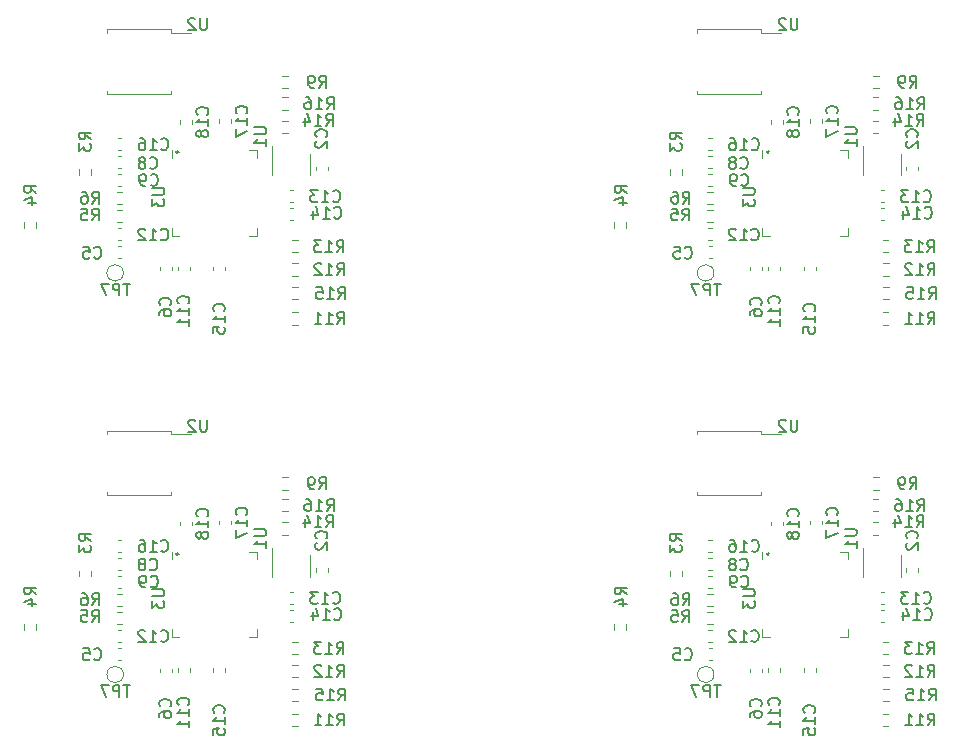
<source format=gbo>
G04 #@! TF.GenerationSoftware,KiCad,Pcbnew,(5.1.10-1-10_14)*
G04 #@! TF.CreationDate,2022-04-15T02:52:12+09:00*
G04 #@! TF.ProjectId,cmsis-dap_rp2040,636d7369-732d-4646-9170-5f7270323034,rev?*
G04 #@! TF.SameCoordinates,Original*
G04 #@! TF.FileFunction,Legend,Bot*
G04 #@! TF.FilePolarity,Positive*
%FSLAX46Y46*%
G04 Gerber Fmt 4.6, Leading zero omitted, Abs format (unit mm)*
G04 Created by KiCad (PCBNEW (5.1.10-1-10_14)) date 2022-04-15 02:52:12*
%MOMM*%
%LPD*%
G01*
G04 APERTURE LIST*
%ADD10C,0.150000*%
%ADD11C,0.120000*%
G04 APERTURE END LIST*
D10*
X165260000Y-95814285D02*
X165164761Y-95909523D01*
X165260000Y-96004761D01*
X165355238Y-95909523D01*
X165260000Y-95814285D01*
X165260000Y-96004761D01*
X115260000Y-95814285D02*
X115164761Y-95909523D01*
X115260000Y-96004761D01*
X115355238Y-95909523D01*
X115260000Y-95814285D01*
X115260000Y-96004761D01*
X165260000Y-61814285D02*
X165164761Y-61909523D01*
X165260000Y-62004761D01*
X165355238Y-61909523D01*
X165260000Y-61814285D01*
X165260000Y-62004761D01*
X115260000Y-61814285D02*
X115164761Y-61909523D01*
X115260000Y-62004761D01*
X115355238Y-61909523D01*
X115260000Y-61814285D01*
X115260000Y-62004761D01*
D11*
G04 #@! TO.C,C2*
X177990000Y-97420580D02*
X177990000Y-97139420D01*
X176970000Y-97420580D02*
X176970000Y-97139420D01*
X127990000Y-97420580D02*
X127990000Y-97139420D01*
X126970000Y-97420580D02*
X126970000Y-97139420D01*
X177990000Y-63420580D02*
X177990000Y-63139420D01*
X176970000Y-63420580D02*
X176970000Y-63139420D01*
G04 #@! TO.C,C5*
X160500580Y-104890000D02*
X160219420Y-104890000D01*
X160500580Y-103870000D02*
X160219420Y-103870000D01*
X110500580Y-104890000D02*
X110219420Y-104890000D01*
X110500580Y-103870000D02*
X110219420Y-103870000D01*
X160500580Y-70890000D02*
X160219420Y-70890000D01*
X160500580Y-69870000D02*
X160219420Y-69870000D01*
G04 #@! TO.C,C6*
X163740000Y-105639420D02*
X163740000Y-105920580D01*
X164760000Y-105639420D02*
X164760000Y-105920580D01*
X113740000Y-105639420D02*
X113740000Y-105920580D01*
X114760000Y-105639420D02*
X114760000Y-105920580D01*
X163740000Y-71639420D02*
X163740000Y-71920580D01*
X164760000Y-71639420D02*
X164760000Y-71920580D01*
G04 #@! TO.C,C8*
X160490580Y-96260000D02*
X160209420Y-96260000D01*
X160490580Y-97280000D02*
X160209420Y-97280000D01*
X110490580Y-96260000D02*
X110209420Y-96260000D01*
X110490580Y-97280000D02*
X110209420Y-97280000D01*
X160490580Y-62260000D02*
X160209420Y-62260000D01*
X160490580Y-63280000D02*
X160209420Y-63280000D01*
G04 #@! TO.C,C9*
X160490580Y-97780000D02*
X160209420Y-97780000D01*
X160490580Y-98800000D02*
X160209420Y-98800000D01*
X110490580Y-97780000D02*
X110209420Y-97780000D01*
X110490580Y-98800000D02*
X110209420Y-98800000D01*
X160490580Y-63780000D02*
X160209420Y-63780000D01*
X160490580Y-64800000D02*
X160209420Y-64800000D01*
G04 #@! TO.C,C11*
X165270000Y-105629420D02*
X165270000Y-105910580D01*
X166290000Y-105629420D02*
X166290000Y-105910580D01*
X115270000Y-105629420D02*
X115270000Y-105910580D01*
X116290000Y-105629420D02*
X116290000Y-105910580D01*
X165270000Y-71629420D02*
X165270000Y-71910580D01*
X166290000Y-71629420D02*
X166290000Y-71910580D01*
G04 #@! TO.C,C12*
X160490580Y-102360000D02*
X160209420Y-102360000D01*
X160490580Y-103380000D02*
X160209420Y-103380000D01*
X110490580Y-102360000D02*
X110209420Y-102360000D01*
X110490580Y-103380000D02*
X110209420Y-103380000D01*
X160490580Y-68360000D02*
X160209420Y-68360000D01*
X160490580Y-69380000D02*
X160209420Y-69380000D01*
G04 #@! TO.C,C13*
X174799420Y-100150000D02*
X175080580Y-100150000D01*
X174799420Y-99130000D02*
X175080580Y-99130000D01*
X124799420Y-100150000D02*
X125080580Y-100150000D01*
X124799420Y-99130000D02*
X125080580Y-99130000D01*
X174799420Y-66150000D02*
X175080580Y-66150000D01*
X174799420Y-65130000D02*
X175080580Y-65130000D01*
G04 #@! TO.C,C14*
X174799420Y-101670000D02*
X175080580Y-101670000D01*
X174799420Y-100650000D02*
X175080580Y-100650000D01*
X124799420Y-101670000D02*
X125080580Y-101670000D01*
X124799420Y-100650000D02*
X125080580Y-100650000D01*
X174799420Y-67670000D02*
X175080580Y-67670000D01*
X174799420Y-66650000D02*
X175080580Y-66650000D01*
G04 #@! TO.C,C15*
X168280000Y-105629420D02*
X168280000Y-105910580D01*
X169300000Y-105629420D02*
X169300000Y-105910580D01*
X118280000Y-105629420D02*
X118280000Y-105910580D01*
X119300000Y-105629420D02*
X119300000Y-105910580D01*
X168280000Y-71629420D02*
X168280000Y-71910580D01*
X169300000Y-71629420D02*
X169300000Y-71910580D01*
G04 #@! TO.C,C16*
X160490580Y-94720000D02*
X160209420Y-94720000D01*
X160490580Y-95740000D02*
X160209420Y-95740000D01*
X110490580Y-94720000D02*
X110209420Y-94720000D01*
X110490580Y-95740000D02*
X110209420Y-95740000D01*
X160490580Y-60720000D02*
X160209420Y-60720000D01*
X160490580Y-61740000D02*
X160209420Y-61740000D01*
G04 #@! TO.C,C17*
X169800000Y-93420580D02*
X169800000Y-93139420D01*
X168780000Y-93420580D02*
X168780000Y-93139420D01*
X119800000Y-93420580D02*
X119800000Y-93139420D01*
X118780000Y-93420580D02*
X118780000Y-93139420D01*
X169800000Y-59420580D02*
X169800000Y-59139420D01*
X168780000Y-59420580D02*
X168780000Y-59139420D01*
G04 #@! TO.C,R3*
X156927500Y-97352742D02*
X156927500Y-97827258D01*
X157972500Y-97352742D02*
X157972500Y-97827258D01*
X106927500Y-97352742D02*
X106927500Y-97827258D01*
X107972500Y-97352742D02*
X107972500Y-97827258D01*
X156927500Y-63352742D02*
X156927500Y-63827258D01*
X157972500Y-63352742D02*
X157972500Y-63827258D01*
G04 #@! TO.C,R4*
X153272500Y-102337258D02*
X153272500Y-101862742D01*
X152227500Y-102337258D02*
X152227500Y-101862742D01*
X103272500Y-102337258D02*
X103272500Y-101862742D01*
X102227500Y-102337258D02*
X102227500Y-101862742D01*
X153272500Y-68337258D02*
X153272500Y-67862742D01*
X152227500Y-68337258D02*
X152227500Y-67862742D01*
G04 #@! TO.C,R5*
X160587258Y-100817500D02*
X160112742Y-100817500D01*
X160587258Y-101862500D02*
X160112742Y-101862500D01*
X110587258Y-100817500D02*
X110112742Y-100817500D01*
X110587258Y-101862500D02*
X110112742Y-101862500D01*
X160587258Y-66817500D02*
X160112742Y-66817500D01*
X160587258Y-67862500D02*
X160112742Y-67862500D01*
G04 #@! TO.C,R6*
X160587258Y-99287500D02*
X160112742Y-99287500D01*
X160587258Y-100332500D02*
X160112742Y-100332500D01*
X110587258Y-99287500D02*
X110112742Y-99287500D01*
X110587258Y-100332500D02*
X110112742Y-100332500D01*
X160587258Y-65287500D02*
X160112742Y-65287500D01*
X160587258Y-66332500D02*
X160112742Y-66332500D01*
G04 #@! TO.C,U1*
X176480000Y-96050000D02*
X176480000Y-97850000D01*
X173260000Y-97850000D02*
X173260000Y-95400000D01*
X126480000Y-96050000D02*
X126480000Y-97850000D01*
X123260000Y-97850000D02*
X123260000Y-95400000D01*
X176480000Y-62050000D02*
X176480000Y-63850000D01*
X173260000Y-63850000D02*
X173260000Y-61400000D01*
G04 #@! TO.C,U3*
X164770000Y-102320000D02*
X164770000Y-102970000D01*
X164770000Y-102970000D02*
X165420000Y-102970000D01*
X171990000Y-96400000D02*
X171990000Y-95750000D01*
X171990000Y-95750000D02*
X171340000Y-95750000D01*
X171990000Y-102320000D02*
X171990000Y-102970000D01*
X171990000Y-102970000D02*
X171340000Y-102970000D01*
X164770000Y-96400000D02*
X164770000Y-95750000D01*
X114770000Y-102320000D02*
X114770000Y-102970000D01*
X114770000Y-102970000D02*
X115420000Y-102970000D01*
X121990000Y-96400000D02*
X121990000Y-95750000D01*
X121990000Y-95750000D02*
X121340000Y-95750000D01*
X121990000Y-102320000D02*
X121990000Y-102970000D01*
X121990000Y-102970000D02*
X121340000Y-102970000D01*
X114770000Y-96400000D02*
X114770000Y-95750000D01*
X164770000Y-68320000D02*
X164770000Y-68970000D01*
X164770000Y-68970000D02*
X165420000Y-68970000D01*
X171990000Y-62400000D02*
X171990000Y-61750000D01*
X171990000Y-61750000D02*
X171340000Y-61750000D01*
X171990000Y-68320000D02*
X171990000Y-68970000D01*
X171990000Y-68970000D02*
X171340000Y-68970000D01*
X164770000Y-62400000D02*
X164770000Y-61750000D01*
G04 #@! TO.C,C18*
X165470000Y-93510580D02*
X165470000Y-93229420D01*
X166490000Y-93510580D02*
X166490000Y-93229420D01*
X115470000Y-93510580D02*
X115470000Y-93229420D01*
X116490000Y-93510580D02*
X116490000Y-93229420D01*
X165470000Y-59510580D02*
X165470000Y-59229420D01*
X166490000Y-59510580D02*
X166490000Y-59229420D01*
G04 #@! TO.C,TP7*
X160682000Y-106136000D02*
G75*
G03*
X160682000Y-106136000I-700000J0D01*
G01*
X110682000Y-106136000D02*
G75*
G03*
X110682000Y-106136000I-700000J0D01*
G01*
X160682000Y-72136000D02*
G75*
G03*
X160682000Y-72136000I-700000J0D01*
G01*
G04 #@! TO.C,R9*
X174142742Y-90502500D02*
X174617258Y-90502500D01*
X174142742Y-89457500D02*
X174617258Y-89457500D01*
X124142742Y-90502500D02*
X124617258Y-90502500D01*
X124142742Y-89457500D02*
X124617258Y-89457500D01*
X174142742Y-56502500D02*
X174617258Y-56502500D01*
X174142742Y-55457500D02*
X174617258Y-55457500D01*
G04 #@! TO.C,R11*
X174982742Y-110512500D02*
X175457258Y-110512500D01*
X174982742Y-109467500D02*
X175457258Y-109467500D01*
X124982742Y-110512500D02*
X125457258Y-110512500D01*
X124982742Y-109467500D02*
X125457258Y-109467500D01*
X174982742Y-76512500D02*
X175457258Y-76512500D01*
X174982742Y-75467500D02*
X175457258Y-75467500D01*
G04 #@! TO.C,R12*
X174992742Y-106372500D02*
X175467258Y-106372500D01*
X174992742Y-105327500D02*
X175467258Y-105327500D01*
X124992742Y-106372500D02*
X125467258Y-106372500D01*
X124992742Y-105327500D02*
X125467258Y-105327500D01*
X174992742Y-72372500D02*
X175467258Y-72372500D01*
X174992742Y-71327500D02*
X175467258Y-71327500D01*
G04 #@! TO.C,R13*
X174982742Y-104392500D02*
X175457258Y-104392500D01*
X174982742Y-103347500D02*
X175457258Y-103347500D01*
X124982742Y-104392500D02*
X125457258Y-104392500D01*
X124982742Y-103347500D02*
X125457258Y-103347500D01*
X174982742Y-70392500D02*
X175457258Y-70392500D01*
X174982742Y-69347500D02*
X175457258Y-69347500D01*
G04 #@! TO.C,R14*
X174122742Y-93247500D02*
X174597258Y-93247500D01*
X174122742Y-94292500D02*
X174597258Y-94292500D01*
X124122742Y-93247500D02*
X124597258Y-93247500D01*
X124122742Y-94292500D02*
X124597258Y-94292500D01*
X174122742Y-59247500D02*
X174597258Y-59247500D01*
X174122742Y-60292500D02*
X174597258Y-60292500D01*
G04 #@! TO.C,R15*
X174992742Y-108382500D02*
X175467258Y-108382500D01*
X174992742Y-107337500D02*
X175467258Y-107337500D01*
X124992742Y-108382500D02*
X125467258Y-108382500D01*
X124992742Y-107337500D02*
X125467258Y-107337500D01*
X174992742Y-74382500D02*
X175467258Y-74382500D01*
X174992742Y-73337500D02*
X175467258Y-73337500D01*
G04 #@! TO.C,R16*
X174132742Y-91277500D02*
X174607258Y-91277500D01*
X174132742Y-92322500D02*
X174607258Y-92322500D01*
X124132742Y-91277500D02*
X124607258Y-91277500D01*
X124132742Y-92322500D02*
X124607258Y-92322500D01*
X174132742Y-57277500D02*
X174607258Y-57277500D01*
X174132742Y-58322500D02*
X174607258Y-58322500D01*
G04 #@! TO.C,U2*
X161980000Y-90975000D02*
X159255000Y-90975000D01*
X159255000Y-90975000D02*
X159255000Y-90715000D01*
X161980000Y-90975000D02*
X164705000Y-90975000D01*
X164705000Y-90975000D02*
X164705000Y-90715000D01*
X161980000Y-85525000D02*
X159255000Y-85525000D01*
X159255000Y-85525000D02*
X159255000Y-85785000D01*
X161980000Y-85525000D02*
X164705000Y-85525000D01*
X164705000Y-85525000D02*
X164705000Y-85785000D01*
X164705000Y-85785000D02*
X166380000Y-85785000D01*
X111980000Y-90975000D02*
X109255000Y-90975000D01*
X109255000Y-90975000D02*
X109255000Y-90715000D01*
X111980000Y-90975000D02*
X114705000Y-90975000D01*
X114705000Y-90975000D02*
X114705000Y-90715000D01*
X111980000Y-85525000D02*
X109255000Y-85525000D01*
X109255000Y-85525000D02*
X109255000Y-85785000D01*
X111980000Y-85525000D02*
X114705000Y-85525000D01*
X114705000Y-85525000D02*
X114705000Y-85785000D01*
X114705000Y-85785000D02*
X116380000Y-85785000D01*
X161980000Y-56975000D02*
X159255000Y-56975000D01*
X159255000Y-56975000D02*
X159255000Y-56715000D01*
X161980000Y-56975000D02*
X164705000Y-56975000D01*
X164705000Y-56975000D02*
X164705000Y-56715000D01*
X161980000Y-51525000D02*
X159255000Y-51525000D01*
X159255000Y-51525000D02*
X159255000Y-51785000D01*
X161980000Y-51525000D02*
X164705000Y-51525000D01*
X164705000Y-51525000D02*
X164705000Y-51785000D01*
X164705000Y-51785000D02*
X166380000Y-51785000D01*
X114705000Y-51785000D02*
X116380000Y-51785000D01*
X114705000Y-51525000D02*
X114705000Y-51785000D01*
X111980000Y-51525000D02*
X114705000Y-51525000D01*
X109255000Y-51525000D02*
X109255000Y-51785000D01*
X111980000Y-51525000D02*
X109255000Y-51525000D01*
X114705000Y-56975000D02*
X114705000Y-56715000D01*
X111980000Y-56975000D02*
X114705000Y-56975000D01*
X109255000Y-56975000D02*
X109255000Y-56715000D01*
X111980000Y-56975000D02*
X109255000Y-56975000D01*
G04 #@! TO.C,R16*
X124132742Y-58322500D02*
X124607258Y-58322500D01*
X124132742Y-57277500D02*
X124607258Y-57277500D01*
G04 #@! TO.C,R15*
X124992742Y-73337500D02*
X125467258Y-73337500D01*
X124992742Y-74382500D02*
X125467258Y-74382500D01*
G04 #@! TO.C,R14*
X124122742Y-60292500D02*
X124597258Y-60292500D01*
X124122742Y-59247500D02*
X124597258Y-59247500D01*
G04 #@! TO.C,R13*
X124982742Y-69347500D02*
X125457258Y-69347500D01*
X124982742Y-70392500D02*
X125457258Y-70392500D01*
G04 #@! TO.C,R12*
X124992742Y-71327500D02*
X125467258Y-71327500D01*
X124992742Y-72372500D02*
X125467258Y-72372500D01*
G04 #@! TO.C,R11*
X124982742Y-75467500D02*
X125457258Y-75467500D01*
X124982742Y-76512500D02*
X125457258Y-76512500D01*
G04 #@! TO.C,R9*
X124142742Y-55457500D02*
X124617258Y-55457500D01*
X124142742Y-56502500D02*
X124617258Y-56502500D01*
G04 #@! TO.C,TP7*
X110682000Y-72136000D02*
G75*
G03*
X110682000Y-72136000I-700000J0D01*
G01*
G04 #@! TO.C,C18*
X116490000Y-59510580D02*
X116490000Y-59229420D01*
X115470000Y-59510580D02*
X115470000Y-59229420D01*
G04 #@! TO.C,U3*
X114770000Y-62400000D02*
X114770000Y-61750000D01*
X121990000Y-68970000D02*
X121340000Y-68970000D01*
X121990000Y-68320000D02*
X121990000Y-68970000D01*
X121990000Y-61750000D02*
X121340000Y-61750000D01*
X121990000Y-62400000D02*
X121990000Y-61750000D01*
X114770000Y-68970000D02*
X115420000Y-68970000D01*
X114770000Y-68320000D02*
X114770000Y-68970000D01*
G04 #@! TO.C,U1*
X123260000Y-63850000D02*
X123260000Y-61400000D01*
X126480000Y-62050000D02*
X126480000Y-63850000D01*
G04 #@! TO.C,R6*
X110587258Y-66332500D02*
X110112742Y-66332500D01*
X110587258Y-65287500D02*
X110112742Y-65287500D01*
G04 #@! TO.C,R5*
X110587258Y-67862500D02*
X110112742Y-67862500D01*
X110587258Y-66817500D02*
X110112742Y-66817500D01*
G04 #@! TO.C,R4*
X102227500Y-68337258D02*
X102227500Y-67862742D01*
X103272500Y-68337258D02*
X103272500Y-67862742D01*
G04 #@! TO.C,R3*
X107972500Y-63352742D02*
X107972500Y-63827258D01*
X106927500Y-63352742D02*
X106927500Y-63827258D01*
G04 #@! TO.C,C17*
X118780000Y-59420580D02*
X118780000Y-59139420D01*
X119800000Y-59420580D02*
X119800000Y-59139420D01*
G04 #@! TO.C,C16*
X110490580Y-61740000D02*
X110209420Y-61740000D01*
X110490580Y-60720000D02*
X110209420Y-60720000D01*
G04 #@! TO.C,C15*
X119300000Y-71629420D02*
X119300000Y-71910580D01*
X118280000Y-71629420D02*
X118280000Y-71910580D01*
G04 #@! TO.C,C14*
X124799420Y-66650000D02*
X125080580Y-66650000D01*
X124799420Y-67670000D02*
X125080580Y-67670000D01*
G04 #@! TO.C,C13*
X124799420Y-65130000D02*
X125080580Y-65130000D01*
X124799420Y-66150000D02*
X125080580Y-66150000D01*
G04 #@! TO.C,C12*
X110490580Y-69380000D02*
X110209420Y-69380000D01*
X110490580Y-68360000D02*
X110209420Y-68360000D01*
G04 #@! TO.C,C11*
X116290000Y-71629420D02*
X116290000Y-71910580D01*
X115270000Y-71629420D02*
X115270000Y-71910580D01*
G04 #@! TO.C,C9*
X110490580Y-64800000D02*
X110209420Y-64800000D01*
X110490580Y-63780000D02*
X110209420Y-63780000D01*
G04 #@! TO.C,C8*
X110490580Y-63280000D02*
X110209420Y-63280000D01*
X110490580Y-62260000D02*
X110209420Y-62260000D01*
G04 #@! TO.C,C6*
X114760000Y-71639420D02*
X114760000Y-71920580D01*
X113740000Y-71639420D02*
X113740000Y-71920580D01*
G04 #@! TO.C,C5*
X110500580Y-69870000D02*
X110219420Y-69870000D01*
X110500580Y-70890000D02*
X110219420Y-70890000D01*
G04 #@! TO.C,C2*
X126970000Y-63420580D02*
X126970000Y-63139420D01*
X127990000Y-63420580D02*
X127990000Y-63139420D01*
D10*
X177847142Y-94613333D02*
X177894761Y-94565714D01*
X177942380Y-94422857D01*
X177942380Y-94327619D01*
X177894761Y-94184761D01*
X177799523Y-94089523D01*
X177704285Y-94041904D01*
X177513809Y-93994285D01*
X177370952Y-93994285D01*
X177180476Y-94041904D01*
X177085238Y-94089523D01*
X176990000Y-94184761D01*
X176942380Y-94327619D01*
X176942380Y-94422857D01*
X176990000Y-94565714D01*
X177037619Y-94613333D01*
X177037619Y-94994285D02*
X176990000Y-95041904D01*
X176942380Y-95137142D01*
X176942380Y-95375238D01*
X176990000Y-95470476D01*
X177037619Y-95518095D01*
X177132857Y-95565714D01*
X177228095Y-95565714D01*
X177370952Y-95518095D01*
X177942380Y-94946666D01*
X177942380Y-95565714D01*
X127847142Y-94613333D02*
X127894761Y-94565714D01*
X127942380Y-94422857D01*
X127942380Y-94327619D01*
X127894761Y-94184761D01*
X127799523Y-94089523D01*
X127704285Y-94041904D01*
X127513809Y-93994285D01*
X127370952Y-93994285D01*
X127180476Y-94041904D01*
X127085238Y-94089523D01*
X126990000Y-94184761D01*
X126942380Y-94327619D01*
X126942380Y-94422857D01*
X126990000Y-94565714D01*
X127037619Y-94613333D01*
X127037619Y-94994285D02*
X126990000Y-95041904D01*
X126942380Y-95137142D01*
X126942380Y-95375238D01*
X126990000Y-95470476D01*
X127037619Y-95518095D01*
X127132857Y-95565714D01*
X127228095Y-95565714D01*
X127370952Y-95518095D01*
X127942380Y-94946666D01*
X127942380Y-95565714D01*
X177847142Y-60613333D02*
X177894761Y-60565714D01*
X177942380Y-60422857D01*
X177942380Y-60327619D01*
X177894761Y-60184761D01*
X177799523Y-60089523D01*
X177704285Y-60041904D01*
X177513809Y-59994285D01*
X177370952Y-59994285D01*
X177180476Y-60041904D01*
X177085238Y-60089523D01*
X176990000Y-60184761D01*
X176942380Y-60327619D01*
X176942380Y-60422857D01*
X176990000Y-60565714D01*
X177037619Y-60613333D01*
X177037619Y-60994285D02*
X176990000Y-61041904D01*
X176942380Y-61137142D01*
X176942380Y-61375238D01*
X176990000Y-61470476D01*
X177037619Y-61518095D01*
X177132857Y-61565714D01*
X177228095Y-61565714D01*
X177370952Y-61518095D01*
X177942380Y-60946666D01*
X177942380Y-61565714D01*
G04 #@! TO.C,C5*
X158206666Y-104827142D02*
X158254285Y-104874761D01*
X158397142Y-104922380D01*
X158492380Y-104922380D01*
X158635238Y-104874761D01*
X158730476Y-104779523D01*
X158778095Y-104684285D01*
X158825714Y-104493809D01*
X158825714Y-104350952D01*
X158778095Y-104160476D01*
X158730476Y-104065238D01*
X158635238Y-103970000D01*
X158492380Y-103922380D01*
X158397142Y-103922380D01*
X158254285Y-103970000D01*
X158206666Y-104017619D01*
X157301904Y-103922380D02*
X157778095Y-103922380D01*
X157825714Y-104398571D01*
X157778095Y-104350952D01*
X157682857Y-104303333D01*
X157444761Y-104303333D01*
X157349523Y-104350952D01*
X157301904Y-104398571D01*
X157254285Y-104493809D01*
X157254285Y-104731904D01*
X157301904Y-104827142D01*
X157349523Y-104874761D01*
X157444761Y-104922380D01*
X157682857Y-104922380D01*
X157778095Y-104874761D01*
X157825714Y-104827142D01*
X108206666Y-104827142D02*
X108254285Y-104874761D01*
X108397142Y-104922380D01*
X108492380Y-104922380D01*
X108635238Y-104874761D01*
X108730476Y-104779523D01*
X108778095Y-104684285D01*
X108825714Y-104493809D01*
X108825714Y-104350952D01*
X108778095Y-104160476D01*
X108730476Y-104065238D01*
X108635238Y-103970000D01*
X108492380Y-103922380D01*
X108397142Y-103922380D01*
X108254285Y-103970000D01*
X108206666Y-104017619D01*
X107301904Y-103922380D02*
X107778095Y-103922380D01*
X107825714Y-104398571D01*
X107778095Y-104350952D01*
X107682857Y-104303333D01*
X107444761Y-104303333D01*
X107349523Y-104350952D01*
X107301904Y-104398571D01*
X107254285Y-104493809D01*
X107254285Y-104731904D01*
X107301904Y-104827142D01*
X107349523Y-104874761D01*
X107444761Y-104922380D01*
X107682857Y-104922380D01*
X107778095Y-104874761D01*
X107825714Y-104827142D01*
X158206666Y-70827142D02*
X158254285Y-70874761D01*
X158397142Y-70922380D01*
X158492380Y-70922380D01*
X158635238Y-70874761D01*
X158730476Y-70779523D01*
X158778095Y-70684285D01*
X158825714Y-70493809D01*
X158825714Y-70350952D01*
X158778095Y-70160476D01*
X158730476Y-70065238D01*
X158635238Y-69970000D01*
X158492380Y-69922380D01*
X158397142Y-69922380D01*
X158254285Y-69970000D01*
X158206666Y-70017619D01*
X157301904Y-69922380D02*
X157778095Y-69922380D01*
X157825714Y-70398571D01*
X157778095Y-70350952D01*
X157682857Y-70303333D01*
X157444761Y-70303333D01*
X157349523Y-70350952D01*
X157301904Y-70398571D01*
X157254285Y-70493809D01*
X157254285Y-70731904D01*
X157301904Y-70827142D01*
X157349523Y-70874761D01*
X157444761Y-70922380D01*
X157682857Y-70922380D01*
X157778095Y-70874761D01*
X157825714Y-70827142D01*
G04 #@! TO.C,C6*
X164627142Y-108843333D02*
X164674761Y-108795714D01*
X164722380Y-108652857D01*
X164722380Y-108557619D01*
X164674761Y-108414761D01*
X164579523Y-108319523D01*
X164484285Y-108271904D01*
X164293809Y-108224285D01*
X164150952Y-108224285D01*
X163960476Y-108271904D01*
X163865238Y-108319523D01*
X163770000Y-108414761D01*
X163722380Y-108557619D01*
X163722380Y-108652857D01*
X163770000Y-108795714D01*
X163817619Y-108843333D01*
X163722380Y-109700476D02*
X163722380Y-109510000D01*
X163770000Y-109414761D01*
X163817619Y-109367142D01*
X163960476Y-109271904D01*
X164150952Y-109224285D01*
X164531904Y-109224285D01*
X164627142Y-109271904D01*
X164674761Y-109319523D01*
X164722380Y-109414761D01*
X164722380Y-109605238D01*
X164674761Y-109700476D01*
X164627142Y-109748095D01*
X164531904Y-109795714D01*
X164293809Y-109795714D01*
X164198571Y-109748095D01*
X164150952Y-109700476D01*
X164103333Y-109605238D01*
X164103333Y-109414761D01*
X164150952Y-109319523D01*
X164198571Y-109271904D01*
X164293809Y-109224285D01*
X114627142Y-108843333D02*
X114674761Y-108795714D01*
X114722380Y-108652857D01*
X114722380Y-108557619D01*
X114674761Y-108414761D01*
X114579523Y-108319523D01*
X114484285Y-108271904D01*
X114293809Y-108224285D01*
X114150952Y-108224285D01*
X113960476Y-108271904D01*
X113865238Y-108319523D01*
X113770000Y-108414761D01*
X113722380Y-108557619D01*
X113722380Y-108652857D01*
X113770000Y-108795714D01*
X113817619Y-108843333D01*
X113722380Y-109700476D02*
X113722380Y-109510000D01*
X113770000Y-109414761D01*
X113817619Y-109367142D01*
X113960476Y-109271904D01*
X114150952Y-109224285D01*
X114531904Y-109224285D01*
X114627142Y-109271904D01*
X114674761Y-109319523D01*
X114722380Y-109414761D01*
X114722380Y-109605238D01*
X114674761Y-109700476D01*
X114627142Y-109748095D01*
X114531904Y-109795714D01*
X114293809Y-109795714D01*
X114198571Y-109748095D01*
X114150952Y-109700476D01*
X114103333Y-109605238D01*
X114103333Y-109414761D01*
X114150952Y-109319523D01*
X114198571Y-109271904D01*
X114293809Y-109224285D01*
X164627142Y-74843333D02*
X164674761Y-74795714D01*
X164722380Y-74652857D01*
X164722380Y-74557619D01*
X164674761Y-74414761D01*
X164579523Y-74319523D01*
X164484285Y-74271904D01*
X164293809Y-74224285D01*
X164150952Y-74224285D01*
X163960476Y-74271904D01*
X163865238Y-74319523D01*
X163770000Y-74414761D01*
X163722380Y-74557619D01*
X163722380Y-74652857D01*
X163770000Y-74795714D01*
X163817619Y-74843333D01*
X163722380Y-75700476D02*
X163722380Y-75510000D01*
X163770000Y-75414761D01*
X163817619Y-75367142D01*
X163960476Y-75271904D01*
X164150952Y-75224285D01*
X164531904Y-75224285D01*
X164627142Y-75271904D01*
X164674761Y-75319523D01*
X164722380Y-75414761D01*
X164722380Y-75605238D01*
X164674761Y-75700476D01*
X164627142Y-75748095D01*
X164531904Y-75795714D01*
X164293809Y-75795714D01*
X164198571Y-75748095D01*
X164150952Y-75700476D01*
X164103333Y-75605238D01*
X164103333Y-75414761D01*
X164150952Y-75319523D01*
X164198571Y-75271904D01*
X164293809Y-75224285D01*
G04 #@! TO.C,C8*
X162926666Y-97227142D02*
X162974285Y-97274761D01*
X163117142Y-97322380D01*
X163212380Y-97322380D01*
X163355238Y-97274761D01*
X163450476Y-97179523D01*
X163498095Y-97084285D01*
X163545714Y-96893809D01*
X163545714Y-96750952D01*
X163498095Y-96560476D01*
X163450476Y-96465238D01*
X163355238Y-96370000D01*
X163212380Y-96322380D01*
X163117142Y-96322380D01*
X162974285Y-96370000D01*
X162926666Y-96417619D01*
X162355238Y-96750952D02*
X162450476Y-96703333D01*
X162498095Y-96655714D01*
X162545714Y-96560476D01*
X162545714Y-96512857D01*
X162498095Y-96417619D01*
X162450476Y-96370000D01*
X162355238Y-96322380D01*
X162164761Y-96322380D01*
X162069523Y-96370000D01*
X162021904Y-96417619D01*
X161974285Y-96512857D01*
X161974285Y-96560476D01*
X162021904Y-96655714D01*
X162069523Y-96703333D01*
X162164761Y-96750952D01*
X162355238Y-96750952D01*
X162450476Y-96798571D01*
X162498095Y-96846190D01*
X162545714Y-96941428D01*
X162545714Y-97131904D01*
X162498095Y-97227142D01*
X162450476Y-97274761D01*
X162355238Y-97322380D01*
X162164761Y-97322380D01*
X162069523Y-97274761D01*
X162021904Y-97227142D01*
X161974285Y-97131904D01*
X161974285Y-96941428D01*
X162021904Y-96846190D01*
X162069523Y-96798571D01*
X162164761Y-96750952D01*
X112926666Y-97227142D02*
X112974285Y-97274761D01*
X113117142Y-97322380D01*
X113212380Y-97322380D01*
X113355238Y-97274761D01*
X113450476Y-97179523D01*
X113498095Y-97084285D01*
X113545714Y-96893809D01*
X113545714Y-96750952D01*
X113498095Y-96560476D01*
X113450476Y-96465238D01*
X113355238Y-96370000D01*
X113212380Y-96322380D01*
X113117142Y-96322380D01*
X112974285Y-96370000D01*
X112926666Y-96417619D01*
X112355238Y-96750952D02*
X112450476Y-96703333D01*
X112498095Y-96655714D01*
X112545714Y-96560476D01*
X112545714Y-96512857D01*
X112498095Y-96417619D01*
X112450476Y-96370000D01*
X112355238Y-96322380D01*
X112164761Y-96322380D01*
X112069523Y-96370000D01*
X112021904Y-96417619D01*
X111974285Y-96512857D01*
X111974285Y-96560476D01*
X112021904Y-96655714D01*
X112069523Y-96703333D01*
X112164761Y-96750952D01*
X112355238Y-96750952D01*
X112450476Y-96798571D01*
X112498095Y-96846190D01*
X112545714Y-96941428D01*
X112545714Y-97131904D01*
X112498095Y-97227142D01*
X112450476Y-97274761D01*
X112355238Y-97322380D01*
X112164761Y-97322380D01*
X112069523Y-97274761D01*
X112021904Y-97227142D01*
X111974285Y-97131904D01*
X111974285Y-96941428D01*
X112021904Y-96846190D01*
X112069523Y-96798571D01*
X112164761Y-96750952D01*
X162926666Y-63227142D02*
X162974285Y-63274761D01*
X163117142Y-63322380D01*
X163212380Y-63322380D01*
X163355238Y-63274761D01*
X163450476Y-63179523D01*
X163498095Y-63084285D01*
X163545714Y-62893809D01*
X163545714Y-62750952D01*
X163498095Y-62560476D01*
X163450476Y-62465238D01*
X163355238Y-62370000D01*
X163212380Y-62322380D01*
X163117142Y-62322380D01*
X162974285Y-62370000D01*
X162926666Y-62417619D01*
X162355238Y-62750952D02*
X162450476Y-62703333D01*
X162498095Y-62655714D01*
X162545714Y-62560476D01*
X162545714Y-62512857D01*
X162498095Y-62417619D01*
X162450476Y-62370000D01*
X162355238Y-62322380D01*
X162164761Y-62322380D01*
X162069523Y-62370000D01*
X162021904Y-62417619D01*
X161974285Y-62512857D01*
X161974285Y-62560476D01*
X162021904Y-62655714D01*
X162069523Y-62703333D01*
X162164761Y-62750952D01*
X162355238Y-62750952D01*
X162450476Y-62798571D01*
X162498095Y-62846190D01*
X162545714Y-62941428D01*
X162545714Y-63131904D01*
X162498095Y-63227142D01*
X162450476Y-63274761D01*
X162355238Y-63322380D01*
X162164761Y-63322380D01*
X162069523Y-63274761D01*
X162021904Y-63227142D01*
X161974285Y-63131904D01*
X161974285Y-62941428D01*
X162021904Y-62846190D01*
X162069523Y-62798571D01*
X162164761Y-62750952D01*
G04 #@! TO.C,C9*
X162986666Y-98667142D02*
X163034285Y-98714761D01*
X163177142Y-98762380D01*
X163272380Y-98762380D01*
X163415238Y-98714761D01*
X163510476Y-98619523D01*
X163558095Y-98524285D01*
X163605714Y-98333809D01*
X163605714Y-98190952D01*
X163558095Y-98000476D01*
X163510476Y-97905238D01*
X163415238Y-97810000D01*
X163272380Y-97762380D01*
X163177142Y-97762380D01*
X163034285Y-97810000D01*
X162986666Y-97857619D01*
X162510476Y-98762380D02*
X162320000Y-98762380D01*
X162224761Y-98714761D01*
X162177142Y-98667142D01*
X162081904Y-98524285D01*
X162034285Y-98333809D01*
X162034285Y-97952857D01*
X162081904Y-97857619D01*
X162129523Y-97810000D01*
X162224761Y-97762380D01*
X162415238Y-97762380D01*
X162510476Y-97810000D01*
X162558095Y-97857619D01*
X162605714Y-97952857D01*
X162605714Y-98190952D01*
X162558095Y-98286190D01*
X162510476Y-98333809D01*
X162415238Y-98381428D01*
X162224761Y-98381428D01*
X162129523Y-98333809D01*
X162081904Y-98286190D01*
X162034285Y-98190952D01*
X112986666Y-98667142D02*
X113034285Y-98714761D01*
X113177142Y-98762380D01*
X113272380Y-98762380D01*
X113415238Y-98714761D01*
X113510476Y-98619523D01*
X113558095Y-98524285D01*
X113605714Y-98333809D01*
X113605714Y-98190952D01*
X113558095Y-98000476D01*
X113510476Y-97905238D01*
X113415238Y-97810000D01*
X113272380Y-97762380D01*
X113177142Y-97762380D01*
X113034285Y-97810000D01*
X112986666Y-97857619D01*
X112510476Y-98762380D02*
X112320000Y-98762380D01*
X112224761Y-98714761D01*
X112177142Y-98667142D01*
X112081904Y-98524285D01*
X112034285Y-98333809D01*
X112034285Y-97952857D01*
X112081904Y-97857619D01*
X112129523Y-97810000D01*
X112224761Y-97762380D01*
X112415238Y-97762380D01*
X112510476Y-97810000D01*
X112558095Y-97857619D01*
X112605714Y-97952857D01*
X112605714Y-98190952D01*
X112558095Y-98286190D01*
X112510476Y-98333809D01*
X112415238Y-98381428D01*
X112224761Y-98381428D01*
X112129523Y-98333809D01*
X112081904Y-98286190D01*
X112034285Y-98190952D01*
X162986666Y-64667142D02*
X163034285Y-64714761D01*
X163177142Y-64762380D01*
X163272380Y-64762380D01*
X163415238Y-64714761D01*
X163510476Y-64619523D01*
X163558095Y-64524285D01*
X163605714Y-64333809D01*
X163605714Y-64190952D01*
X163558095Y-64000476D01*
X163510476Y-63905238D01*
X163415238Y-63810000D01*
X163272380Y-63762380D01*
X163177142Y-63762380D01*
X163034285Y-63810000D01*
X162986666Y-63857619D01*
X162510476Y-64762380D02*
X162320000Y-64762380D01*
X162224761Y-64714761D01*
X162177142Y-64667142D01*
X162081904Y-64524285D01*
X162034285Y-64333809D01*
X162034285Y-63952857D01*
X162081904Y-63857619D01*
X162129523Y-63810000D01*
X162224761Y-63762380D01*
X162415238Y-63762380D01*
X162510476Y-63810000D01*
X162558095Y-63857619D01*
X162605714Y-63952857D01*
X162605714Y-64190952D01*
X162558095Y-64286190D01*
X162510476Y-64333809D01*
X162415238Y-64381428D01*
X162224761Y-64381428D01*
X162129523Y-64333809D01*
X162081904Y-64286190D01*
X162034285Y-64190952D01*
G04 #@! TO.C,C11*
X166157142Y-108707142D02*
X166204761Y-108659523D01*
X166252380Y-108516666D01*
X166252380Y-108421428D01*
X166204761Y-108278571D01*
X166109523Y-108183333D01*
X166014285Y-108135714D01*
X165823809Y-108088095D01*
X165680952Y-108088095D01*
X165490476Y-108135714D01*
X165395238Y-108183333D01*
X165300000Y-108278571D01*
X165252380Y-108421428D01*
X165252380Y-108516666D01*
X165300000Y-108659523D01*
X165347619Y-108707142D01*
X166252380Y-109659523D02*
X166252380Y-109088095D01*
X166252380Y-109373809D02*
X165252380Y-109373809D01*
X165395238Y-109278571D01*
X165490476Y-109183333D01*
X165538095Y-109088095D01*
X166252380Y-110611904D02*
X166252380Y-110040476D01*
X166252380Y-110326190D02*
X165252380Y-110326190D01*
X165395238Y-110230952D01*
X165490476Y-110135714D01*
X165538095Y-110040476D01*
X116157142Y-108707142D02*
X116204761Y-108659523D01*
X116252380Y-108516666D01*
X116252380Y-108421428D01*
X116204761Y-108278571D01*
X116109523Y-108183333D01*
X116014285Y-108135714D01*
X115823809Y-108088095D01*
X115680952Y-108088095D01*
X115490476Y-108135714D01*
X115395238Y-108183333D01*
X115300000Y-108278571D01*
X115252380Y-108421428D01*
X115252380Y-108516666D01*
X115300000Y-108659523D01*
X115347619Y-108707142D01*
X116252380Y-109659523D02*
X116252380Y-109088095D01*
X116252380Y-109373809D02*
X115252380Y-109373809D01*
X115395238Y-109278571D01*
X115490476Y-109183333D01*
X115538095Y-109088095D01*
X116252380Y-110611904D02*
X116252380Y-110040476D01*
X116252380Y-110326190D02*
X115252380Y-110326190D01*
X115395238Y-110230952D01*
X115490476Y-110135714D01*
X115538095Y-110040476D01*
X166157142Y-74707142D02*
X166204761Y-74659523D01*
X166252380Y-74516666D01*
X166252380Y-74421428D01*
X166204761Y-74278571D01*
X166109523Y-74183333D01*
X166014285Y-74135714D01*
X165823809Y-74088095D01*
X165680952Y-74088095D01*
X165490476Y-74135714D01*
X165395238Y-74183333D01*
X165300000Y-74278571D01*
X165252380Y-74421428D01*
X165252380Y-74516666D01*
X165300000Y-74659523D01*
X165347619Y-74707142D01*
X166252380Y-75659523D02*
X166252380Y-75088095D01*
X166252380Y-75373809D02*
X165252380Y-75373809D01*
X165395238Y-75278571D01*
X165490476Y-75183333D01*
X165538095Y-75088095D01*
X166252380Y-76611904D02*
X166252380Y-76040476D01*
X166252380Y-76326190D02*
X165252380Y-76326190D01*
X165395238Y-76230952D01*
X165490476Y-76135714D01*
X165538095Y-76040476D01*
G04 #@! TO.C,C12*
X163852857Y-103287142D02*
X163900476Y-103334761D01*
X164043333Y-103382380D01*
X164138571Y-103382380D01*
X164281428Y-103334761D01*
X164376666Y-103239523D01*
X164424285Y-103144285D01*
X164471904Y-102953809D01*
X164471904Y-102810952D01*
X164424285Y-102620476D01*
X164376666Y-102525238D01*
X164281428Y-102430000D01*
X164138571Y-102382380D01*
X164043333Y-102382380D01*
X163900476Y-102430000D01*
X163852857Y-102477619D01*
X162900476Y-103382380D02*
X163471904Y-103382380D01*
X163186190Y-103382380D02*
X163186190Y-102382380D01*
X163281428Y-102525238D01*
X163376666Y-102620476D01*
X163471904Y-102668095D01*
X162519523Y-102477619D02*
X162471904Y-102430000D01*
X162376666Y-102382380D01*
X162138571Y-102382380D01*
X162043333Y-102430000D01*
X161995714Y-102477619D01*
X161948095Y-102572857D01*
X161948095Y-102668095D01*
X161995714Y-102810952D01*
X162567142Y-103382380D01*
X161948095Y-103382380D01*
X113852857Y-103287142D02*
X113900476Y-103334761D01*
X114043333Y-103382380D01*
X114138571Y-103382380D01*
X114281428Y-103334761D01*
X114376666Y-103239523D01*
X114424285Y-103144285D01*
X114471904Y-102953809D01*
X114471904Y-102810952D01*
X114424285Y-102620476D01*
X114376666Y-102525238D01*
X114281428Y-102430000D01*
X114138571Y-102382380D01*
X114043333Y-102382380D01*
X113900476Y-102430000D01*
X113852857Y-102477619D01*
X112900476Y-103382380D02*
X113471904Y-103382380D01*
X113186190Y-103382380D02*
X113186190Y-102382380D01*
X113281428Y-102525238D01*
X113376666Y-102620476D01*
X113471904Y-102668095D01*
X112519523Y-102477619D02*
X112471904Y-102430000D01*
X112376666Y-102382380D01*
X112138571Y-102382380D01*
X112043333Y-102430000D01*
X111995714Y-102477619D01*
X111948095Y-102572857D01*
X111948095Y-102668095D01*
X111995714Y-102810952D01*
X112567142Y-103382380D01*
X111948095Y-103382380D01*
X163852857Y-69287142D02*
X163900476Y-69334761D01*
X164043333Y-69382380D01*
X164138571Y-69382380D01*
X164281428Y-69334761D01*
X164376666Y-69239523D01*
X164424285Y-69144285D01*
X164471904Y-68953809D01*
X164471904Y-68810952D01*
X164424285Y-68620476D01*
X164376666Y-68525238D01*
X164281428Y-68430000D01*
X164138571Y-68382380D01*
X164043333Y-68382380D01*
X163900476Y-68430000D01*
X163852857Y-68477619D01*
X162900476Y-69382380D02*
X163471904Y-69382380D01*
X163186190Y-69382380D02*
X163186190Y-68382380D01*
X163281428Y-68525238D01*
X163376666Y-68620476D01*
X163471904Y-68668095D01*
X162519523Y-68477619D02*
X162471904Y-68430000D01*
X162376666Y-68382380D01*
X162138571Y-68382380D01*
X162043333Y-68430000D01*
X161995714Y-68477619D01*
X161948095Y-68572857D01*
X161948095Y-68668095D01*
X161995714Y-68810952D01*
X162567142Y-69382380D01*
X161948095Y-69382380D01*
G04 #@! TO.C,C13*
X178422857Y-100047142D02*
X178470476Y-100094761D01*
X178613333Y-100142380D01*
X178708571Y-100142380D01*
X178851428Y-100094761D01*
X178946666Y-99999523D01*
X178994285Y-99904285D01*
X179041904Y-99713809D01*
X179041904Y-99570952D01*
X178994285Y-99380476D01*
X178946666Y-99285238D01*
X178851428Y-99190000D01*
X178708571Y-99142380D01*
X178613333Y-99142380D01*
X178470476Y-99190000D01*
X178422857Y-99237619D01*
X177470476Y-100142380D02*
X178041904Y-100142380D01*
X177756190Y-100142380D02*
X177756190Y-99142380D01*
X177851428Y-99285238D01*
X177946666Y-99380476D01*
X178041904Y-99428095D01*
X177137142Y-99142380D02*
X176518095Y-99142380D01*
X176851428Y-99523333D01*
X176708571Y-99523333D01*
X176613333Y-99570952D01*
X176565714Y-99618571D01*
X176518095Y-99713809D01*
X176518095Y-99951904D01*
X176565714Y-100047142D01*
X176613333Y-100094761D01*
X176708571Y-100142380D01*
X176994285Y-100142380D01*
X177089523Y-100094761D01*
X177137142Y-100047142D01*
X128422857Y-100047142D02*
X128470476Y-100094761D01*
X128613333Y-100142380D01*
X128708571Y-100142380D01*
X128851428Y-100094761D01*
X128946666Y-99999523D01*
X128994285Y-99904285D01*
X129041904Y-99713809D01*
X129041904Y-99570952D01*
X128994285Y-99380476D01*
X128946666Y-99285238D01*
X128851428Y-99190000D01*
X128708571Y-99142380D01*
X128613333Y-99142380D01*
X128470476Y-99190000D01*
X128422857Y-99237619D01*
X127470476Y-100142380D02*
X128041904Y-100142380D01*
X127756190Y-100142380D02*
X127756190Y-99142380D01*
X127851428Y-99285238D01*
X127946666Y-99380476D01*
X128041904Y-99428095D01*
X127137142Y-99142380D02*
X126518095Y-99142380D01*
X126851428Y-99523333D01*
X126708571Y-99523333D01*
X126613333Y-99570952D01*
X126565714Y-99618571D01*
X126518095Y-99713809D01*
X126518095Y-99951904D01*
X126565714Y-100047142D01*
X126613333Y-100094761D01*
X126708571Y-100142380D01*
X126994285Y-100142380D01*
X127089523Y-100094761D01*
X127137142Y-100047142D01*
X178422857Y-66047142D02*
X178470476Y-66094761D01*
X178613333Y-66142380D01*
X178708571Y-66142380D01*
X178851428Y-66094761D01*
X178946666Y-65999523D01*
X178994285Y-65904285D01*
X179041904Y-65713809D01*
X179041904Y-65570952D01*
X178994285Y-65380476D01*
X178946666Y-65285238D01*
X178851428Y-65190000D01*
X178708571Y-65142380D01*
X178613333Y-65142380D01*
X178470476Y-65190000D01*
X178422857Y-65237619D01*
X177470476Y-66142380D02*
X178041904Y-66142380D01*
X177756190Y-66142380D02*
X177756190Y-65142380D01*
X177851428Y-65285238D01*
X177946666Y-65380476D01*
X178041904Y-65428095D01*
X177137142Y-65142380D02*
X176518095Y-65142380D01*
X176851428Y-65523333D01*
X176708571Y-65523333D01*
X176613333Y-65570952D01*
X176565714Y-65618571D01*
X176518095Y-65713809D01*
X176518095Y-65951904D01*
X176565714Y-66047142D01*
X176613333Y-66094761D01*
X176708571Y-66142380D01*
X176994285Y-66142380D01*
X177089523Y-66094761D01*
X177137142Y-66047142D01*
G04 #@! TO.C,C14*
X178522857Y-101437142D02*
X178570476Y-101484761D01*
X178713333Y-101532380D01*
X178808571Y-101532380D01*
X178951428Y-101484761D01*
X179046666Y-101389523D01*
X179094285Y-101294285D01*
X179141904Y-101103809D01*
X179141904Y-100960952D01*
X179094285Y-100770476D01*
X179046666Y-100675238D01*
X178951428Y-100580000D01*
X178808571Y-100532380D01*
X178713333Y-100532380D01*
X178570476Y-100580000D01*
X178522857Y-100627619D01*
X177570476Y-101532380D02*
X178141904Y-101532380D01*
X177856190Y-101532380D02*
X177856190Y-100532380D01*
X177951428Y-100675238D01*
X178046666Y-100770476D01*
X178141904Y-100818095D01*
X176713333Y-100865714D02*
X176713333Y-101532380D01*
X176951428Y-100484761D02*
X177189523Y-101199047D01*
X176570476Y-101199047D01*
X128522857Y-101437142D02*
X128570476Y-101484761D01*
X128713333Y-101532380D01*
X128808571Y-101532380D01*
X128951428Y-101484761D01*
X129046666Y-101389523D01*
X129094285Y-101294285D01*
X129141904Y-101103809D01*
X129141904Y-100960952D01*
X129094285Y-100770476D01*
X129046666Y-100675238D01*
X128951428Y-100580000D01*
X128808571Y-100532380D01*
X128713333Y-100532380D01*
X128570476Y-100580000D01*
X128522857Y-100627619D01*
X127570476Y-101532380D02*
X128141904Y-101532380D01*
X127856190Y-101532380D02*
X127856190Y-100532380D01*
X127951428Y-100675238D01*
X128046666Y-100770476D01*
X128141904Y-100818095D01*
X126713333Y-100865714D02*
X126713333Y-101532380D01*
X126951428Y-100484761D02*
X127189523Y-101199047D01*
X126570476Y-101199047D01*
X178522857Y-67437142D02*
X178570476Y-67484761D01*
X178713333Y-67532380D01*
X178808571Y-67532380D01*
X178951428Y-67484761D01*
X179046666Y-67389523D01*
X179094285Y-67294285D01*
X179141904Y-67103809D01*
X179141904Y-66960952D01*
X179094285Y-66770476D01*
X179046666Y-66675238D01*
X178951428Y-66580000D01*
X178808571Y-66532380D01*
X178713333Y-66532380D01*
X178570476Y-66580000D01*
X178522857Y-66627619D01*
X177570476Y-67532380D02*
X178141904Y-67532380D01*
X177856190Y-67532380D02*
X177856190Y-66532380D01*
X177951428Y-66675238D01*
X178046666Y-66770476D01*
X178141904Y-66818095D01*
X176713333Y-66865714D02*
X176713333Y-67532380D01*
X176951428Y-66484761D02*
X177189523Y-67199047D01*
X176570476Y-67199047D01*
G04 #@! TO.C,C15*
X169167142Y-109367142D02*
X169214761Y-109319523D01*
X169262380Y-109176666D01*
X169262380Y-109081428D01*
X169214761Y-108938571D01*
X169119523Y-108843333D01*
X169024285Y-108795714D01*
X168833809Y-108748095D01*
X168690952Y-108748095D01*
X168500476Y-108795714D01*
X168405238Y-108843333D01*
X168310000Y-108938571D01*
X168262380Y-109081428D01*
X168262380Y-109176666D01*
X168310000Y-109319523D01*
X168357619Y-109367142D01*
X169262380Y-110319523D02*
X169262380Y-109748095D01*
X169262380Y-110033809D02*
X168262380Y-110033809D01*
X168405238Y-109938571D01*
X168500476Y-109843333D01*
X168548095Y-109748095D01*
X168262380Y-111224285D02*
X168262380Y-110748095D01*
X168738571Y-110700476D01*
X168690952Y-110748095D01*
X168643333Y-110843333D01*
X168643333Y-111081428D01*
X168690952Y-111176666D01*
X168738571Y-111224285D01*
X168833809Y-111271904D01*
X169071904Y-111271904D01*
X169167142Y-111224285D01*
X169214761Y-111176666D01*
X169262380Y-111081428D01*
X169262380Y-110843333D01*
X169214761Y-110748095D01*
X169167142Y-110700476D01*
X119167142Y-109367142D02*
X119214761Y-109319523D01*
X119262380Y-109176666D01*
X119262380Y-109081428D01*
X119214761Y-108938571D01*
X119119523Y-108843333D01*
X119024285Y-108795714D01*
X118833809Y-108748095D01*
X118690952Y-108748095D01*
X118500476Y-108795714D01*
X118405238Y-108843333D01*
X118310000Y-108938571D01*
X118262380Y-109081428D01*
X118262380Y-109176666D01*
X118310000Y-109319523D01*
X118357619Y-109367142D01*
X119262380Y-110319523D02*
X119262380Y-109748095D01*
X119262380Y-110033809D02*
X118262380Y-110033809D01*
X118405238Y-109938571D01*
X118500476Y-109843333D01*
X118548095Y-109748095D01*
X118262380Y-111224285D02*
X118262380Y-110748095D01*
X118738571Y-110700476D01*
X118690952Y-110748095D01*
X118643333Y-110843333D01*
X118643333Y-111081428D01*
X118690952Y-111176666D01*
X118738571Y-111224285D01*
X118833809Y-111271904D01*
X119071904Y-111271904D01*
X119167142Y-111224285D01*
X119214761Y-111176666D01*
X119262380Y-111081428D01*
X119262380Y-110843333D01*
X119214761Y-110748095D01*
X119167142Y-110700476D01*
X169167142Y-75367142D02*
X169214761Y-75319523D01*
X169262380Y-75176666D01*
X169262380Y-75081428D01*
X169214761Y-74938571D01*
X169119523Y-74843333D01*
X169024285Y-74795714D01*
X168833809Y-74748095D01*
X168690952Y-74748095D01*
X168500476Y-74795714D01*
X168405238Y-74843333D01*
X168310000Y-74938571D01*
X168262380Y-75081428D01*
X168262380Y-75176666D01*
X168310000Y-75319523D01*
X168357619Y-75367142D01*
X169262380Y-76319523D02*
X169262380Y-75748095D01*
X169262380Y-76033809D02*
X168262380Y-76033809D01*
X168405238Y-75938571D01*
X168500476Y-75843333D01*
X168548095Y-75748095D01*
X168262380Y-77224285D02*
X168262380Y-76748095D01*
X168738571Y-76700476D01*
X168690952Y-76748095D01*
X168643333Y-76843333D01*
X168643333Y-77081428D01*
X168690952Y-77176666D01*
X168738571Y-77224285D01*
X168833809Y-77271904D01*
X169071904Y-77271904D01*
X169167142Y-77224285D01*
X169214761Y-77176666D01*
X169262380Y-77081428D01*
X169262380Y-76843333D01*
X169214761Y-76748095D01*
X169167142Y-76700476D01*
G04 #@! TO.C,C16*
X163872857Y-95647142D02*
X163920476Y-95694761D01*
X164063333Y-95742380D01*
X164158571Y-95742380D01*
X164301428Y-95694761D01*
X164396666Y-95599523D01*
X164444285Y-95504285D01*
X164491904Y-95313809D01*
X164491904Y-95170952D01*
X164444285Y-94980476D01*
X164396666Y-94885238D01*
X164301428Y-94790000D01*
X164158571Y-94742380D01*
X164063333Y-94742380D01*
X163920476Y-94790000D01*
X163872857Y-94837619D01*
X162920476Y-95742380D02*
X163491904Y-95742380D01*
X163206190Y-95742380D02*
X163206190Y-94742380D01*
X163301428Y-94885238D01*
X163396666Y-94980476D01*
X163491904Y-95028095D01*
X162063333Y-94742380D02*
X162253809Y-94742380D01*
X162349047Y-94790000D01*
X162396666Y-94837619D01*
X162491904Y-94980476D01*
X162539523Y-95170952D01*
X162539523Y-95551904D01*
X162491904Y-95647142D01*
X162444285Y-95694761D01*
X162349047Y-95742380D01*
X162158571Y-95742380D01*
X162063333Y-95694761D01*
X162015714Y-95647142D01*
X161968095Y-95551904D01*
X161968095Y-95313809D01*
X162015714Y-95218571D01*
X162063333Y-95170952D01*
X162158571Y-95123333D01*
X162349047Y-95123333D01*
X162444285Y-95170952D01*
X162491904Y-95218571D01*
X162539523Y-95313809D01*
X113872857Y-95647142D02*
X113920476Y-95694761D01*
X114063333Y-95742380D01*
X114158571Y-95742380D01*
X114301428Y-95694761D01*
X114396666Y-95599523D01*
X114444285Y-95504285D01*
X114491904Y-95313809D01*
X114491904Y-95170952D01*
X114444285Y-94980476D01*
X114396666Y-94885238D01*
X114301428Y-94790000D01*
X114158571Y-94742380D01*
X114063333Y-94742380D01*
X113920476Y-94790000D01*
X113872857Y-94837619D01*
X112920476Y-95742380D02*
X113491904Y-95742380D01*
X113206190Y-95742380D02*
X113206190Y-94742380D01*
X113301428Y-94885238D01*
X113396666Y-94980476D01*
X113491904Y-95028095D01*
X112063333Y-94742380D02*
X112253809Y-94742380D01*
X112349047Y-94790000D01*
X112396666Y-94837619D01*
X112491904Y-94980476D01*
X112539523Y-95170952D01*
X112539523Y-95551904D01*
X112491904Y-95647142D01*
X112444285Y-95694761D01*
X112349047Y-95742380D01*
X112158571Y-95742380D01*
X112063333Y-95694761D01*
X112015714Y-95647142D01*
X111968095Y-95551904D01*
X111968095Y-95313809D01*
X112015714Y-95218571D01*
X112063333Y-95170952D01*
X112158571Y-95123333D01*
X112349047Y-95123333D01*
X112444285Y-95170952D01*
X112491904Y-95218571D01*
X112539523Y-95313809D01*
X163872857Y-61647142D02*
X163920476Y-61694761D01*
X164063333Y-61742380D01*
X164158571Y-61742380D01*
X164301428Y-61694761D01*
X164396666Y-61599523D01*
X164444285Y-61504285D01*
X164491904Y-61313809D01*
X164491904Y-61170952D01*
X164444285Y-60980476D01*
X164396666Y-60885238D01*
X164301428Y-60790000D01*
X164158571Y-60742380D01*
X164063333Y-60742380D01*
X163920476Y-60790000D01*
X163872857Y-60837619D01*
X162920476Y-61742380D02*
X163491904Y-61742380D01*
X163206190Y-61742380D02*
X163206190Y-60742380D01*
X163301428Y-60885238D01*
X163396666Y-60980476D01*
X163491904Y-61028095D01*
X162063333Y-60742380D02*
X162253809Y-60742380D01*
X162349047Y-60790000D01*
X162396666Y-60837619D01*
X162491904Y-60980476D01*
X162539523Y-61170952D01*
X162539523Y-61551904D01*
X162491904Y-61647142D01*
X162444285Y-61694761D01*
X162349047Y-61742380D01*
X162158571Y-61742380D01*
X162063333Y-61694761D01*
X162015714Y-61647142D01*
X161968095Y-61551904D01*
X161968095Y-61313809D01*
X162015714Y-61218571D01*
X162063333Y-61170952D01*
X162158571Y-61123333D01*
X162349047Y-61123333D01*
X162444285Y-61170952D01*
X162491904Y-61218571D01*
X162539523Y-61313809D01*
G04 #@! TO.C,C17*
X171077142Y-92637142D02*
X171124761Y-92589523D01*
X171172380Y-92446666D01*
X171172380Y-92351428D01*
X171124761Y-92208571D01*
X171029523Y-92113333D01*
X170934285Y-92065714D01*
X170743809Y-92018095D01*
X170600952Y-92018095D01*
X170410476Y-92065714D01*
X170315238Y-92113333D01*
X170220000Y-92208571D01*
X170172380Y-92351428D01*
X170172380Y-92446666D01*
X170220000Y-92589523D01*
X170267619Y-92637142D01*
X171172380Y-93589523D02*
X171172380Y-93018095D01*
X171172380Y-93303809D02*
X170172380Y-93303809D01*
X170315238Y-93208571D01*
X170410476Y-93113333D01*
X170458095Y-93018095D01*
X170172380Y-93922857D02*
X170172380Y-94589523D01*
X171172380Y-94160952D01*
X121077142Y-92637142D02*
X121124761Y-92589523D01*
X121172380Y-92446666D01*
X121172380Y-92351428D01*
X121124761Y-92208571D01*
X121029523Y-92113333D01*
X120934285Y-92065714D01*
X120743809Y-92018095D01*
X120600952Y-92018095D01*
X120410476Y-92065714D01*
X120315238Y-92113333D01*
X120220000Y-92208571D01*
X120172380Y-92351428D01*
X120172380Y-92446666D01*
X120220000Y-92589523D01*
X120267619Y-92637142D01*
X121172380Y-93589523D02*
X121172380Y-93018095D01*
X121172380Y-93303809D02*
X120172380Y-93303809D01*
X120315238Y-93208571D01*
X120410476Y-93113333D01*
X120458095Y-93018095D01*
X120172380Y-93922857D02*
X120172380Y-94589523D01*
X121172380Y-94160952D01*
X171077142Y-58637142D02*
X171124761Y-58589523D01*
X171172380Y-58446666D01*
X171172380Y-58351428D01*
X171124761Y-58208571D01*
X171029523Y-58113333D01*
X170934285Y-58065714D01*
X170743809Y-58018095D01*
X170600952Y-58018095D01*
X170410476Y-58065714D01*
X170315238Y-58113333D01*
X170220000Y-58208571D01*
X170172380Y-58351428D01*
X170172380Y-58446666D01*
X170220000Y-58589523D01*
X170267619Y-58637142D01*
X171172380Y-59589523D02*
X171172380Y-59018095D01*
X171172380Y-59303809D02*
X170172380Y-59303809D01*
X170315238Y-59208571D01*
X170410476Y-59113333D01*
X170458095Y-59018095D01*
X170172380Y-59922857D02*
X170172380Y-60589523D01*
X171172380Y-60160952D01*
G04 #@! TO.C,R3*
X157942380Y-94833333D02*
X157466190Y-94500000D01*
X157942380Y-94261904D02*
X156942380Y-94261904D01*
X156942380Y-94642857D01*
X156990000Y-94738095D01*
X157037619Y-94785714D01*
X157132857Y-94833333D01*
X157275714Y-94833333D01*
X157370952Y-94785714D01*
X157418571Y-94738095D01*
X157466190Y-94642857D01*
X157466190Y-94261904D01*
X156942380Y-95166666D02*
X156942380Y-95785714D01*
X157323333Y-95452380D01*
X157323333Y-95595238D01*
X157370952Y-95690476D01*
X157418571Y-95738095D01*
X157513809Y-95785714D01*
X157751904Y-95785714D01*
X157847142Y-95738095D01*
X157894761Y-95690476D01*
X157942380Y-95595238D01*
X157942380Y-95309523D01*
X157894761Y-95214285D01*
X157847142Y-95166666D01*
X107942380Y-94833333D02*
X107466190Y-94500000D01*
X107942380Y-94261904D02*
X106942380Y-94261904D01*
X106942380Y-94642857D01*
X106990000Y-94738095D01*
X107037619Y-94785714D01*
X107132857Y-94833333D01*
X107275714Y-94833333D01*
X107370952Y-94785714D01*
X107418571Y-94738095D01*
X107466190Y-94642857D01*
X107466190Y-94261904D01*
X106942380Y-95166666D02*
X106942380Y-95785714D01*
X107323333Y-95452380D01*
X107323333Y-95595238D01*
X107370952Y-95690476D01*
X107418571Y-95738095D01*
X107513809Y-95785714D01*
X107751904Y-95785714D01*
X107847142Y-95738095D01*
X107894761Y-95690476D01*
X107942380Y-95595238D01*
X107942380Y-95309523D01*
X107894761Y-95214285D01*
X107847142Y-95166666D01*
X157942380Y-60833333D02*
X157466190Y-60500000D01*
X157942380Y-60261904D02*
X156942380Y-60261904D01*
X156942380Y-60642857D01*
X156990000Y-60738095D01*
X157037619Y-60785714D01*
X157132857Y-60833333D01*
X157275714Y-60833333D01*
X157370952Y-60785714D01*
X157418571Y-60738095D01*
X157466190Y-60642857D01*
X157466190Y-60261904D01*
X156942380Y-61166666D02*
X156942380Y-61785714D01*
X157323333Y-61452380D01*
X157323333Y-61595238D01*
X157370952Y-61690476D01*
X157418571Y-61738095D01*
X157513809Y-61785714D01*
X157751904Y-61785714D01*
X157847142Y-61738095D01*
X157894761Y-61690476D01*
X157942380Y-61595238D01*
X157942380Y-61309523D01*
X157894761Y-61214285D01*
X157847142Y-61166666D01*
G04 #@! TO.C,R4*
X153292380Y-99353333D02*
X152816190Y-99020000D01*
X153292380Y-98781904D02*
X152292380Y-98781904D01*
X152292380Y-99162857D01*
X152340000Y-99258095D01*
X152387619Y-99305714D01*
X152482857Y-99353333D01*
X152625714Y-99353333D01*
X152720952Y-99305714D01*
X152768571Y-99258095D01*
X152816190Y-99162857D01*
X152816190Y-98781904D01*
X152625714Y-100210476D02*
X153292380Y-100210476D01*
X152244761Y-99972380D02*
X152959047Y-99734285D01*
X152959047Y-100353333D01*
X103292380Y-99353333D02*
X102816190Y-99020000D01*
X103292380Y-98781904D02*
X102292380Y-98781904D01*
X102292380Y-99162857D01*
X102340000Y-99258095D01*
X102387619Y-99305714D01*
X102482857Y-99353333D01*
X102625714Y-99353333D01*
X102720952Y-99305714D01*
X102768571Y-99258095D01*
X102816190Y-99162857D01*
X102816190Y-98781904D01*
X102625714Y-100210476D02*
X103292380Y-100210476D01*
X102244761Y-99972380D02*
X102959047Y-99734285D01*
X102959047Y-100353333D01*
X153292380Y-65353333D02*
X152816190Y-65020000D01*
X153292380Y-64781904D02*
X152292380Y-64781904D01*
X152292380Y-65162857D01*
X152340000Y-65258095D01*
X152387619Y-65305714D01*
X152482857Y-65353333D01*
X152625714Y-65353333D01*
X152720952Y-65305714D01*
X152768571Y-65258095D01*
X152816190Y-65162857D01*
X152816190Y-64781904D01*
X152625714Y-66210476D02*
X153292380Y-66210476D01*
X152244761Y-65972380D02*
X152959047Y-65734285D01*
X152959047Y-66353333D01*
G04 #@! TO.C,R5*
X158016666Y-101692380D02*
X158350000Y-101216190D01*
X158588095Y-101692380D02*
X158588095Y-100692380D01*
X158207142Y-100692380D01*
X158111904Y-100740000D01*
X158064285Y-100787619D01*
X158016666Y-100882857D01*
X158016666Y-101025714D01*
X158064285Y-101120952D01*
X158111904Y-101168571D01*
X158207142Y-101216190D01*
X158588095Y-101216190D01*
X157111904Y-100692380D02*
X157588095Y-100692380D01*
X157635714Y-101168571D01*
X157588095Y-101120952D01*
X157492857Y-101073333D01*
X157254761Y-101073333D01*
X157159523Y-101120952D01*
X157111904Y-101168571D01*
X157064285Y-101263809D01*
X157064285Y-101501904D01*
X157111904Y-101597142D01*
X157159523Y-101644761D01*
X157254761Y-101692380D01*
X157492857Y-101692380D01*
X157588095Y-101644761D01*
X157635714Y-101597142D01*
X108016666Y-101692380D02*
X108350000Y-101216190D01*
X108588095Y-101692380D02*
X108588095Y-100692380D01*
X108207142Y-100692380D01*
X108111904Y-100740000D01*
X108064285Y-100787619D01*
X108016666Y-100882857D01*
X108016666Y-101025714D01*
X108064285Y-101120952D01*
X108111904Y-101168571D01*
X108207142Y-101216190D01*
X108588095Y-101216190D01*
X107111904Y-100692380D02*
X107588095Y-100692380D01*
X107635714Y-101168571D01*
X107588095Y-101120952D01*
X107492857Y-101073333D01*
X107254761Y-101073333D01*
X107159523Y-101120952D01*
X107111904Y-101168571D01*
X107064285Y-101263809D01*
X107064285Y-101501904D01*
X107111904Y-101597142D01*
X107159523Y-101644761D01*
X107254761Y-101692380D01*
X107492857Y-101692380D01*
X107588095Y-101644761D01*
X107635714Y-101597142D01*
X158016666Y-67692380D02*
X158350000Y-67216190D01*
X158588095Y-67692380D02*
X158588095Y-66692380D01*
X158207142Y-66692380D01*
X158111904Y-66740000D01*
X158064285Y-66787619D01*
X158016666Y-66882857D01*
X158016666Y-67025714D01*
X158064285Y-67120952D01*
X158111904Y-67168571D01*
X158207142Y-67216190D01*
X158588095Y-67216190D01*
X157111904Y-66692380D02*
X157588095Y-66692380D01*
X157635714Y-67168571D01*
X157588095Y-67120952D01*
X157492857Y-67073333D01*
X157254761Y-67073333D01*
X157159523Y-67120952D01*
X157111904Y-67168571D01*
X157064285Y-67263809D01*
X157064285Y-67501904D01*
X157111904Y-67597142D01*
X157159523Y-67644761D01*
X157254761Y-67692380D01*
X157492857Y-67692380D01*
X157588095Y-67644761D01*
X157635714Y-67597142D01*
G04 #@! TO.C,R6*
X158036666Y-100262380D02*
X158370000Y-99786190D01*
X158608095Y-100262380D02*
X158608095Y-99262380D01*
X158227142Y-99262380D01*
X158131904Y-99310000D01*
X158084285Y-99357619D01*
X158036666Y-99452857D01*
X158036666Y-99595714D01*
X158084285Y-99690952D01*
X158131904Y-99738571D01*
X158227142Y-99786190D01*
X158608095Y-99786190D01*
X157179523Y-99262380D02*
X157370000Y-99262380D01*
X157465238Y-99310000D01*
X157512857Y-99357619D01*
X157608095Y-99500476D01*
X157655714Y-99690952D01*
X157655714Y-100071904D01*
X157608095Y-100167142D01*
X157560476Y-100214761D01*
X157465238Y-100262380D01*
X157274761Y-100262380D01*
X157179523Y-100214761D01*
X157131904Y-100167142D01*
X157084285Y-100071904D01*
X157084285Y-99833809D01*
X157131904Y-99738571D01*
X157179523Y-99690952D01*
X157274761Y-99643333D01*
X157465238Y-99643333D01*
X157560476Y-99690952D01*
X157608095Y-99738571D01*
X157655714Y-99833809D01*
X108036666Y-100262380D02*
X108370000Y-99786190D01*
X108608095Y-100262380D02*
X108608095Y-99262380D01*
X108227142Y-99262380D01*
X108131904Y-99310000D01*
X108084285Y-99357619D01*
X108036666Y-99452857D01*
X108036666Y-99595714D01*
X108084285Y-99690952D01*
X108131904Y-99738571D01*
X108227142Y-99786190D01*
X108608095Y-99786190D01*
X107179523Y-99262380D02*
X107370000Y-99262380D01*
X107465238Y-99310000D01*
X107512857Y-99357619D01*
X107608095Y-99500476D01*
X107655714Y-99690952D01*
X107655714Y-100071904D01*
X107608095Y-100167142D01*
X107560476Y-100214761D01*
X107465238Y-100262380D01*
X107274761Y-100262380D01*
X107179523Y-100214761D01*
X107131904Y-100167142D01*
X107084285Y-100071904D01*
X107084285Y-99833809D01*
X107131904Y-99738571D01*
X107179523Y-99690952D01*
X107274761Y-99643333D01*
X107465238Y-99643333D01*
X107560476Y-99690952D01*
X107608095Y-99738571D01*
X107655714Y-99833809D01*
X158036666Y-66262380D02*
X158370000Y-65786190D01*
X158608095Y-66262380D02*
X158608095Y-65262380D01*
X158227142Y-65262380D01*
X158131904Y-65310000D01*
X158084285Y-65357619D01*
X158036666Y-65452857D01*
X158036666Y-65595714D01*
X158084285Y-65690952D01*
X158131904Y-65738571D01*
X158227142Y-65786190D01*
X158608095Y-65786190D01*
X157179523Y-65262380D02*
X157370000Y-65262380D01*
X157465238Y-65310000D01*
X157512857Y-65357619D01*
X157608095Y-65500476D01*
X157655714Y-65690952D01*
X157655714Y-66071904D01*
X157608095Y-66167142D01*
X157560476Y-66214761D01*
X157465238Y-66262380D01*
X157274761Y-66262380D01*
X157179523Y-66214761D01*
X157131904Y-66167142D01*
X157084285Y-66071904D01*
X157084285Y-65833809D01*
X157131904Y-65738571D01*
X157179523Y-65690952D01*
X157274761Y-65643333D01*
X157465238Y-65643333D01*
X157560476Y-65690952D01*
X157608095Y-65738571D01*
X157655714Y-65833809D01*
G04 #@! TO.C,U1*
X171762380Y-93818095D02*
X172571904Y-93818095D01*
X172667142Y-93865714D01*
X172714761Y-93913333D01*
X172762380Y-94008571D01*
X172762380Y-94199047D01*
X172714761Y-94294285D01*
X172667142Y-94341904D01*
X172571904Y-94389523D01*
X171762380Y-94389523D01*
X172762380Y-95389523D02*
X172762380Y-94818095D01*
X172762380Y-95103809D02*
X171762380Y-95103809D01*
X171905238Y-95008571D01*
X172000476Y-94913333D01*
X172048095Y-94818095D01*
X121762380Y-93818095D02*
X122571904Y-93818095D01*
X122667142Y-93865714D01*
X122714761Y-93913333D01*
X122762380Y-94008571D01*
X122762380Y-94199047D01*
X122714761Y-94294285D01*
X122667142Y-94341904D01*
X122571904Y-94389523D01*
X121762380Y-94389523D01*
X122762380Y-95389523D02*
X122762380Y-94818095D01*
X122762380Y-95103809D02*
X121762380Y-95103809D01*
X121905238Y-95008571D01*
X122000476Y-94913333D01*
X122048095Y-94818095D01*
X171762380Y-59818095D02*
X172571904Y-59818095D01*
X172667142Y-59865714D01*
X172714761Y-59913333D01*
X172762380Y-60008571D01*
X172762380Y-60199047D01*
X172714761Y-60294285D01*
X172667142Y-60341904D01*
X172571904Y-60389523D01*
X171762380Y-60389523D01*
X172762380Y-61389523D02*
X172762380Y-60818095D01*
X172762380Y-61103809D02*
X171762380Y-61103809D01*
X171905238Y-61008571D01*
X172000476Y-60913333D01*
X172048095Y-60818095D01*
G04 #@! TO.C,U3*
X163142380Y-98938095D02*
X163951904Y-98938095D01*
X164047142Y-98985714D01*
X164094761Y-99033333D01*
X164142380Y-99128571D01*
X164142380Y-99319047D01*
X164094761Y-99414285D01*
X164047142Y-99461904D01*
X163951904Y-99509523D01*
X163142380Y-99509523D01*
X163142380Y-99890476D02*
X163142380Y-100509523D01*
X163523333Y-100176190D01*
X163523333Y-100319047D01*
X163570952Y-100414285D01*
X163618571Y-100461904D01*
X163713809Y-100509523D01*
X163951904Y-100509523D01*
X164047142Y-100461904D01*
X164094761Y-100414285D01*
X164142380Y-100319047D01*
X164142380Y-100033333D01*
X164094761Y-99938095D01*
X164047142Y-99890476D01*
X113142380Y-98938095D02*
X113951904Y-98938095D01*
X114047142Y-98985714D01*
X114094761Y-99033333D01*
X114142380Y-99128571D01*
X114142380Y-99319047D01*
X114094761Y-99414285D01*
X114047142Y-99461904D01*
X113951904Y-99509523D01*
X113142380Y-99509523D01*
X113142380Y-99890476D02*
X113142380Y-100509523D01*
X113523333Y-100176190D01*
X113523333Y-100319047D01*
X113570952Y-100414285D01*
X113618571Y-100461904D01*
X113713809Y-100509523D01*
X113951904Y-100509523D01*
X114047142Y-100461904D01*
X114094761Y-100414285D01*
X114142380Y-100319047D01*
X114142380Y-100033333D01*
X114094761Y-99938095D01*
X114047142Y-99890476D01*
X163142380Y-64938095D02*
X163951904Y-64938095D01*
X164047142Y-64985714D01*
X164094761Y-65033333D01*
X164142380Y-65128571D01*
X164142380Y-65319047D01*
X164094761Y-65414285D01*
X164047142Y-65461904D01*
X163951904Y-65509523D01*
X163142380Y-65509523D01*
X163142380Y-65890476D02*
X163142380Y-66509523D01*
X163523333Y-66176190D01*
X163523333Y-66319047D01*
X163570952Y-66414285D01*
X163618571Y-66461904D01*
X163713809Y-66509523D01*
X163951904Y-66509523D01*
X164047142Y-66461904D01*
X164094761Y-66414285D01*
X164142380Y-66319047D01*
X164142380Y-66033333D01*
X164094761Y-65938095D01*
X164047142Y-65890476D01*
G04 #@! TO.C,C18*
X167767142Y-92727142D02*
X167814761Y-92679523D01*
X167862380Y-92536666D01*
X167862380Y-92441428D01*
X167814761Y-92298571D01*
X167719523Y-92203333D01*
X167624285Y-92155714D01*
X167433809Y-92108095D01*
X167290952Y-92108095D01*
X167100476Y-92155714D01*
X167005238Y-92203333D01*
X166910000Y-92298571D01*
X166862380Y-92441428D01*
X166862380Y-92536666D01*
X166910000Y-92679523D01*
X166957619Y-92727142D01*
X167862380Y-93679523D02*
X167862380Y-93108095D01*
X167862380Y-93393809D02*
X166862380Y-93393809D01*
X167005238Y-93298571D01*
X167100476Y-93203333D01*
X167148095Y-93108095D01*
X167290952Y-94250952D02*
X167243333Y-94155714D01*
X167195714Y-94108095D01*
X167100476Y-94060476D01*
X167052857Y-94060476D01*
X166957619Y-94108095D01*
X166910000Y-94155714D01*
X166862380Y-94250952D01*
X166862380Y-94441428D01*
X166910000Y-94536666D01*
X166957619Y-94584285D01*
X167052857Y-94631904D01*
X167100476Y-94631904D01*
X167195714Y-94584285D01*
X167243333Y-94536666D01*
X167290952Y-94441428D01*
X167290952Y-94250952D01*
X167338571Y-94155714D01*
X167386190Y-94108095D01*
X167481428Y-94060476D01*
X167671904Y-94060476D01*
X167767142Y-94108095D01*
X167814761Y-94155714D01*
X167862380Y-94250952D01*
X167862380Y-94441428D01*
X167814761Y-94536666D01*
X167767142Y-94584285D01*
X167671904Y-94631904D01*
X167481428Y-94631904D01*
X167386190Y-94584285D01*
X167338571Y-94536666D01*
X167290952Y-94441428D01*
X117767142Y-92727142D02*
X117814761Y-92679523D01*
X117862380Y-92536666D01*
X117862380Y-92441428D01*
X117814761Y-92298571D01*
X117719523Y-92203333D01*
X117624285Y-92155714D01*
X117433809Y-92108095D01*
X117290952Y-92108095D01*
X117100476Y-92155714D01*
X117005238Y-92203333D01*
X116910000Y-92298571D01*
X116862380Y-92441428D01*
X116862380Y-92536666D01*
X116910000Y-92679523D01*
X116957619Y-92727142D01*
X117862380Y-93679523D02*
X117862380Y-93108095D01*
X117862380Y-93393809D02*
X116862380Y-93393809D01*
X117005238Y-93298571D01*
X117100476Y-93203333D01*
X117148095Y-93108095D01*
X117290952Y-94250952D02*
X117243333Y-94155714D01*
X117195714Y-94108095D01*
X117100476Y-94060476D01*
X117052857Y-94060476D01*
X116957619Y-94108095D01*
X116910000Y-94155714D01*
X116862380Y-94250952D01*
X116862380Y-94441428D01*
X116910000Y-94536666D01*
X116957619Y-94584285D01*
X117052857Y-94631904D01*
X117100476Y-94631904D01*
X117195714Y-94584285D01*
X117243333Y-94536666D01*
X117290952Y-94441428D01*
X117290952Y-94250952D01*
X117338571Y-94155714D01*
X117386190Y-94108095D01*
X117481428Y-94060476D01*
X117671904Y-94060476D01*
X117767142Y-94108095D01*
X117814761Y-94155714D01*
X117862380Y-94250952D01*
X117862380Y-94441428D01*
X117814761Y-94536666D01*
X117767142Y-94584285D01*
X117671904Y-94631904D01*
X117481428Y-94631904D01*
X117386190Y-94584285D01*
X117338571Y-94536666D01*
X117290952Y-94441428D01*
X167767142Y-58727142D02*
X167814761Y-58679523D01*
X167862380Y-58536666D01*
X167862380Y-58441428D01*
X167814761Y-58298571D01*
X167719523Y-58203333D01*
X167624285Y-58155714D01*
X167433809Y-58108095D01*
X167290952Y-58108095D01*
X167100476Y-58155714D01*
X167005238Y-58203333D01*
X166910000Y-58298571D01*
X166862380Y-58441428D01*
X166862380Y-58536666D01*
X166910000Y-58679523D01*
X166957619Y-58727142D01*
X167862380Y-59679523D02*
X167862380Y-59108095D01*
X167862380Y-59393809D02*
X166862380Y-59393809D01*
X167005238Y-59298571D01*
X167100476Y-59203333D01*
X167148095Y-59108095D01*
X167290952Y-60250952D02*
X167243333Y-60155714D01*
X167195714Y-60108095D01*
X167100476Y-60060476D01*
X167052857Y-60060476D01*
X166957619Y-60108095D01*
X166910000Y-60155714D01*
X166862380Y-60250952D01*
X166862380Y-60441428D01*
X166910000Y-60536666D01*
X166957619Y-60584285D01*
X167052857Y-60631904D01*
X167100476Y-60631904D01*
X167195714Y-60584285D01*
X167243333Y-60536666D01*
X167290952Y-60441428D01*
X167290952Y-60250952D01*
X167338571Y-60155714D01*
X167386190Y-60108095D01*
X167481428Y-60060476D01*
X167671904Y-60060476D01*
X167767142Y-60108095D01*
X167814761Y-60155714D01*
X167862380Y-60250952D01*
X167862380Y-60441428D01*
X167814761Y-60536666D01*
X167767142Y-60584285D01*
X167671904Y-60631904D01*
X167481428Y-60631904D01*
X167386190Y-60584285D01*
X167338571Y-60536666D01*
X167290952Y-60441428D01*
G04 #@! TO.C,TP7*
X161243904Y-107036380D02*
X160672476Y-107036380D01*
X160958190Y-108036380D02*
X160958190Y-107036380D01*
X160339142Y-108036380D02*
X160339142Y-107036380D01*
X159958190Y-107036380D01*
X159862952Y-107084000D01*
X159815333Y-107131619D01*
X159767714Y-107226857D01*
X159767714Y-107369714D01*
X159815333Y-107464952D01*
X159862952Y-107512571D01*
X159958190Y-107560190D01*
X160339142Y-107560190D01*
X159434380Y-107036380D02*
X158767714Y-107036380D01*
X159196285Y-108036380D01*
X111243904Y-107036380D02*
X110672476Y-107036380D01*
X110958190Y-108036380D02*
X110958190Y-107036380D01*
X110339142Y-108036380D02*
X110339142Y-107036380D01*
X109958190Y-107036380D01*
X109862952Y-107084000D01*
X109815333Y-107131619D01*
X109767714Y-107226857D01*
X109767714Y-107369714D01*
X109815333Y-107464952D01*
X109862952Y-107512571D01*
X109958190Y-107560190D01*
X110339142Y-107560190D01*
X109434380Y-107036380D02*
X108767714Y-107036380D01*
X109196285Y-108036380D01*
X161243904Y-73036380D02*
X160672476Y-73036380D01*
X160958190Y-74036380D02*
X160958190Y-73036380D01*
X160339142Y-74036380D02*
X160339142Y-73036380D01*
X159958190Y-73036380D01*
X159862952Y-73084000D01*
X159815333Y-73131619D01*
X159767714Y-73226857D01*
X159767714Y-73369714D01*
X159815333Y-73464952D01*
X159862952Y-73512571D01*
X159958190Y-73560190D01*
X160339142Y-73560190D01*
X159434380Y-73036380D02*
X158767714Y-73036380D01*
X159196285Y-74036380D01*
G04 #@! TO.C,R9*
X177256666Y-90442380D02*
X177590000Y-89966190D01*
X177828095Y-90442380D02*
X177828095Y-89442380D01*
X177447142Y-89442380D01*
X177351904Y-89490000D01*
X177304285Y-89537619D01*
X177256666Y-89632857D01*
X177256666Y-89775714D01*
X177304285Y-89870952D01*
X177351904Y-89918571D01*
X177447142Y-89966190D01*
X177828095Y-89966190D01*
X176780476Y-90442380D02*
X176590000Y-90442380D01*
X176494761Y-90394761D01*
X176447142Y-90347142D01*
X176351904Y-90204285D01*
X176304285Y-90013809D01*
X176304285Y-89632857D01*
X176351904Y-89537619D01*
X176399523Y-89490000D01*
X176494761Y-89442380D01*
X176685238Y-89442380D01*
X176780476Y-89490000D01*
X176828095Y-89537619D01*
X176875714Y-89632857D01*
X176875714Y-89870952D01*
X176828095Y-89966190D01*
X176780476Y-90013809D01*
X176685238Y-90061428D01*
X176494761Y-90061428D01*
X176399523Y-90013809D01*
X176351904Y-89966190D01*
X176304285Y-89870952D01*
X127256666Y-90442380D02*
X127590000Y-89966190D01*
X127828095Y-90442380D02*
X127828095Y-89442380D01*
X127447142Y-89442380D01*
X127351904Y-89490000D01*
X127304285Y-89537619D01*
X127256666Y-89632857D01*
X127256666Y-89775714D01*
X127304285Y-89870952D01*
X127351904Y-89918571D01*
X127447142Y-89966190D01*
X127828095Y-89966190D01*
X126780476Y-90442380D02*
X126590000Y-90442380D01*
X126494761Y-90394761D01*
X126447142Y-90347142D01*
X126351904Y-90204285D01*
X126304285Y-90013809D01*
X126304285Y-89632857D01*
X126351904Y-89537619D01*
X126399523Y-89490000D01*
X126494761Y-89442380D01*
X126685238Y-89442380D01*
X126780476Y-89490000D01*
X126828095Y-89537619D01*
X126875714Y-89632857D01*
X126875714Y-89870952D01*
X126828095Y-89966190D01*
X126780476Y-90013809D01*
X126685238Y-90061428D01*
X126494761Y-90061428D01*
X126399523Y-90013809D01*
X126351904Y-89966190D01*
X126304285Y-89870952D01*
X177256666Y-56442380D02*
X177590000Y-55966190D01*
X177828095Y-56442380D02*
X177828095Y-55442380D01*
X177447142Y-55442380D01*
X177351904Y-55490000D01*
X177304285Y-55537619D01*
X177256666Y-55632857D01*
X177256666Y-55775714D01*
X177304285Y-55870952D01*
X177351904Y-55918571D01*
X177447142Y-55966190D01*
X177828095Y-55966190D01*
X176780476Y-56442380D02*
X176590000Y-56442380D01*
X176494761Y-56394761D01*
X176447142Y-56347142D01*
X176351904Y-56204285D01*
X176304285Y-56013809D01*
X176304285Y-55632857D01*
X176351904Y-55537619D01*
X176399523Y-55490000D01*
X176494761Y-55442380D01*
X176685238Y-55442380D01*
X176780476Y-55490000D01*
X176828095Y-55537619D01*
X176875714Y-55632857D01*
X176875714Y-55870952D01*
X176828095Y-55966190D01*
X176780476Y-56013809D01*
X176685238Y-56061428D01*
X176494761Y-56061428D01*
X176399523Y-56013809D01*
X176351904Y-55966190D01*
X176304285Y-55870952D01*
G04 #@! TO.C,R11*
X178772857Y-110452380D02*
X179106190Y-109976190D01*
X179344285Y-110452380D02*
X179344285Y-109452380D01*
X178963333Y-109452380D01*
X178868095Y-109500000D01*
X178820476Y-109547619D01*
X178772857Y-109642857D01*
X178772857Y-109785714D01*
X178820476Y-109880952D01*
X178868095Y-109928571D01*
X178963333Y-109976190D01*
X179344285Y-109976190D01*
X177820476Y-110452380D02*
X178391904Y-110452380D01*
X178106190Y-110452380D02*
X178106190Y-109452380D01*
X178201428Y-109595238D01*
X178296666Y-109690476D01*
X178391904Y-109738095D01*
X176868095Y-110452380D02*
X177439523Y-110452380D01*
X177153809Y-110452380D02*
X177153809Y-109452380D01*
X177249047Y-109595238D01*
X177344285Y-109690476D01*
X177439523Y-109738095D01*
X128772857Y-110452380D02*
X129106190Y-109976190D01*
X129344285Y-110452380D02*
X129344285Y-109452380D01*
X128963333Y-109452380D01*
X128868095Y-109500000D01*
X128820476Y-109547619D01*
X128772857Y-109642857D01*
X128772857Y-109785714D01*
X128820476Y-109880952D01*
X128868095Y-109928571D01*
X128963333Y-109976190D01*
X129344285Y-109976190D01*
X127820476Y-110452380D02*
X128391904Y-110452380D01*
X128106190Y-110452380D02*
X128106190Y-109452380D01*
X128201428Y-109595238D01*
X128296666Y-109690476D01*
X128391904Y-109738095D01*
X126868095Y-110452380D02*
X127439523Y-110452380D01*
X127153809Y-110452380D02*
X127153809Y-109452380D01*
X127249047Y-109595238D01*
X127344285Y-109690476D01*
X127439523Y-109738095D01*
X178772857Y-76452380D02*
X179106190Y-75976190D01*
X179344285Y-76452380D02*
X179344285Y-75452380D01*
X178963333Y-75452380D01*
X178868095Y-75500000D01*
X178820476Y-75547619D01*
X178772857Y-75642857D01*
X178772857Y-75785714D01*
X178820476Y-75880952D01*
X178868095Y-75928571D01*
X178963333Y-75976190D01*
X179344285Y-75976190D01*
X177820476Y-76452380D02*
X178391904Y-76452380D01*
X178106190Y-76452380D02*
X178106190Y-75452380D01*
X178201428Y-75595238D01*
X178296666Y-75690476D01*
X178391904Y-75738095D01*
X176868095Y-76452380D02*
X177439523Y-76452380D01*
X177153809Y-76452380D02*
X177153809Y-75452380D01*
X177249047Y-75595238D01*
X177344285Y-75690476D01*
X177439523Y-75738095D01*
G04 #@! TO.C,R12*
X178762857Y-106322380D02*
X179096190Y-105846190D01*
X179334285Y-106322380D02*
X179334285Y-105322380D01*
X178953333Y-105322380D01*
X178858095Y-105370000D01*
X178810476Y-105417619D01*
X178762857Y-105512857D01*
X178762857Y-105655714D01*
X178810476Y-105750952D01*
X178858095Y-105798571D01*
X178953333Y-105846190D01*
X179334285Y-105846190D01*
X177810476Y-106322380D02*
X178381904Y-106322380D01*
X178096190Y-106322380D02*
X178096190Y-105322380D01*
X178191428Y-105465238D01*
X178286666Y-105560476D01*
X178381904Y-105608095D01*
X177429523Y-105417619D02*
X177381904Y-105370000D01*
X177286666Y-105322380D01*
X177048571Y-105322380D01*
X176953333Y-105370000D01*
X176905714Y-105417619D01*
X176858095Y-105512857D01*
X176858095Y-105608095D01*
X176905714Y-105750952D01*
X177477142Y-106322380D01*
X176858095Y-106322380D01*
X128762857Y-106322380D02*
X129096190Y-105846190D01*
X129334285Y-106322380D02*
X129334285Y-105322380D01*
X128953333Y-105322380D01*
X128858095Y-105370000D01*
X128810476Y-105417619D01*
X128762857Y-105512857D01*
X128762857Y-105655714D01*
X128810476Y-105750952D01*
X128858095Y-105798571D01*
X128953333Y-105846190D01*
X129334285Y-105846190D01*
X127810476Y-106322380D02*
X128381904Y-106322380D01*
X128096190Y-106322380D02*
X128096190Y-105322380D01*
X128191428Y-105465238D01*
X128286666Y-105560476D01*
X128381904Y-105608095D01*
X127429523Y-105417619D02*
X127381904Y-105370000D01*
X127286666Y-105322380D01*
X127048571Y-105322380D01*
X126953333Y-105370000D01*
X126905714Y-105417619D01*
X126858095Y-105512857D01*
X126858095Y-105608095D01*
X126905714Y-105750952D01*
X127477142Y-106322380D01*
X126858095Y-106322380D01*
X178762857Y-72322380D02*
X179096190Y-71846190D01*
X179334285Y-72322380D02*
X179334285Y-71322380D01*
X178953333Y-71322380D01*
X178858095Y-71370000D01*
X178810476Y-71417619D01*
X178762857Y-71512857D01*
X178762857Y-71655714D01*
X178810476Y-71750952D01*
X178858095Y-71798571D01*
X178953333Y-71846190D01*
X179334285Y-71846190D01*
X177810476Y-72322380D02*
X178381904Y-72322380D01*
X178096190Y-72322380D02*
X178096190Y-71322380D01*
X178191428Y-71465238D01*
X178286666Y-71560476D01*
X178381904Y-71608095D01*
X177429523Y-71417619D02*
X177381904Y-71370000D01*
X177286666Y-71322380D01*
X177048571Y-71322380D01*
X176953333Y-71370000D01*
X176905714Y-71417619D01*
X176858095Y-71512857D01*
X176858095Y-71608095D01*
X176905714Y-71750952D01*
X177477142Y-72322380D01*
X176858095Y-72322380D01*
G04 #@! TO.C,R13*
X178732857Y-104382380D02*
X179066190Y-103906190D01*
X179304285Y-104382380D02*
X179304285Y-103382380D01*
X178923333Y-103382380D01*
X178828095Y-103430000D01*
X178780476Y-103477619D01*
X178732857Y-103572857D01*
X178732857Y-103715714D01*
X178780476Y-103810952D01*
X178828095Y-103858571D01*
X178923333Y-103906190D01*
X179304285Y-103906190D01*
X177780476Y-104382380D02*
X178351904Y-104382380D01*
X178066190Y-104382380D02*
X178066190Y-103382380D01*
X178161428Y-103525238D01*
X178256666Y-103620476D01*
X178351904Y-103668095D01*
X177447142Y-103382380D02*
X176828095Y-103382380D01*
X177161428Y-103763333D01*
X177018571Y-103763333D01*
X176923333Y-103810952D01*
X176875714Y-103858571D01*
X176828095Y-103953809D01*
X176828095Y-104191904D01*
X176875714Y-104287142D01*
X176923333Y-104334761D01*
X177018571Y-104382380D01*
X177304285Y-104382380D01*
X177399523Y-104334761D01*
X177447142Y-104287142D01*
X128732857Y-104382380D02*
X129066190Y-103906190D01*
X129304285Y-104382380D02*
X129304285Y-103382380D01*
X128923333Y-103382380D01*
X128828095Y-103430000D01*
X128780476Y-103477619D01*
X128732857Y-103572857D01*
X128732857Y-103715714D01*
X128780476Y-103810952D01*
X128828095Y-103858571D01*
X128923333Y-103906190D01*
X129304285Y-103906190D01*
X127780476Y-104382380D02*
X128351904Y-104382380D01*
X128066190Y-104382380D02*
X128066190Y-103382380D01*
X128161428Y-103525238D01*
X128256666Y-103620476D01*
X128351904Y-103668095D01*
X127447142Y-103382380D02*
X126828095Y-103382380D01*
X127161428Y-103763333D01*
X127018571Y-103763333D01*
X126923333Y-103810952D01*
X126875714Y-103858571D01*
X126828095Y-103953809D01*
X126828095Y-104191904D01*
X126875714Y-104287142D01*
X126923333Y-104334761D01*
X127018571Y-104382380D01*
X127304285Y-104382380D01*
X127399523Y-104334761D01*
X127447142Y-104287142D01*
X178732857Y-70382380D02*
X179066190Y-69906190D01*
X179304285Y-70382380D02*
X179304285Y-69382380D01*
X178923333Y-69382380D01*
X178828095Y-69430000D01*
X178780476Y-69477619D01*
X178732857Y-69572857D01*
X178732857Y-69715714D01*
X178780476Y-69810952D01*
X178828095Y-69858571D01*
X178923333Y-69906190D01*
X179304285Y-69906190D01*
X177780476Y-70382380D02*
X178351904Y-70382380D01*
X178066190Y-70382380D02*
X178066190Y-69382380D01*
X178161428Y-69525238D01*
X178256666Y-69620476D01*
X178351904Y-69668095D01*
X177447142Y-69382380D02*
X176828095Y-69382380D01*
X177161428Y-69763333D01*
X177018571Y-69763333D01*
X176923333Y-69810952D01*
X176875714Y-69858571D01*
X176828095Y-69953809D01*
X176828095Y-70191904D01*
X176875714Y-70287142D01*
X176923333Y-70334761D01*
X177018571Y-70382380D01*
X177304285Y-70382380D01*
X177399523Y-70334761D01*
X177447142Y-70287142D01*
G04 #@! TO.C,R14*
X177832857Y-93672380D02*
X178166190Y-93196190D01*
X178404285Y-93672380D02*
X178404285Y-92672380D01*
X178023333Y-92672380D01*
X177928095Y-92720000D01*
X177880476Y-92767619D01*
X177832857Y-92862857D01*
X177832857Y-93005714D01*
X177880476Y-93100952D01*
X177928095Y-93148571D01*
X178023333Y-93196190D01*
X178404285Y-93196190D01*
X176880476Y-93672380D02*
X177451904Y-93672380D01*
X177166190Y-93672380D02*
X177166190Y-92672380D01*
X177261428Y-92815238D01*
X177356666Y-92910476D01*
X177451904Y-92958095D01*
X176023333Y-93005714D02*
X176023333Y-93672380D01*
X176261428Y-92624761D02*
X176499523Y-93339047D01*
X175880476Y-93339047D01*
X127832857Y-93672380D02*
X128166190Y-93196190D01*
X128404285Y-93672380D02*
X128404285Y-92672380D01*
X128023333Y-92672380D01*
X127928095Y-92720000D01*
X127880476Y-92767619D01*
X127832857Y-92862857D01*
X127832857Y-93005714D01*
X127880476Y-93100952D01*
X127928095Y-93148571D01*
X128023333Y-93196190D01*
X128404285Y-93196190D01*
X126880476Y-93672380D02*
X127451904Y-93672380D01*
X127166190Y-93672380D02*
X127166190Y-92672380D01*
X127261428Y-92815238D01*
X127356666Y-92910476D01*
X127451904Y-92958095D01*
X126023333Y-93005714D02*
X126023333Y-93672380D01*
X126261428Y-92624761D02*
X126499523Y-93339047D01*
X125880476Y-93339047D01*
X177832857Y-59672380D02*
X178166190Y-59196190D01*
X178404285Y-59672380D02*
X178404285Y-58672380D01*
X178023333Y-58672380D01*
X177928095Y-58720000D01*
X177880476Y-58767619D01*
X177832857Y-58862857D01*
X177832857Y-59005714D01*
X177880476Y-59100952D01*
X177928095Y-59148571D01*
X178023333Y-59196190D01*
X178404285Y-59196190D01*
X176880476Y-59672380D02*
X177451904Y-59672380D01*
X177166190Y-59672380D02*
X177166190Y-58672380D01*
X177261428Y-58815238D01*
X177356666Y-58910476D01*
X177451904Y-58958095D01*
X176023333Y-59005714D02*
X176023333Y-59672380D01*
X176261428Y-58624761D02*
X176499523Y-59339047D01*
X175880476Y-59339047D01*
G04 #@! TO.C,R15*
X178872857Y-108332380D02*
X179206190Y-107856190D01*
X179444285Y-108332380D02*
X179444285Y-107332380D01*
X179063333Y-107332380D01*
X178968095Y-107380000D01*
X178920476Y-107427619D01*
X178872857Y-107522857D01*
X178872857Y-107665714D01*
X178920476Y-107760952D01*
X178968095Y-107808571D01*
X179063333Y-107856190D01*
X179444285Y-107856190D01*
X177920476Y-108332380D02*
X178491904Y-108332380D01*
X178206190Y-108332380D02*
X178206190Y-107332380D01*
X178301428Y-107475238D01*
X178396666Y-107570476D01*
X178491904Y-107618095D01*
X177015714Y-107332380D02*
X177491904Y-107332380D01*
X177539523Y-107808571D01*
X177491904Y-107760952D01*
X177396666Y-107713333D01*
X177158571Y-107713333D01*
X177063333Y-107760952D01*
X177015714Y-107808571D01*
X176968095Y-107903809D01*
X176968095Y-108141904D01*
X177015714Y-108237142D01*
X177063333Y-108284761D01*
X177158571Y-108332380D01*
X177396666Y-108332380D01*
X177491904Y-108284761D01*
X177539523Y-108237142D01*
X128872857Y-108332380D02*
X129206190Y-107856190D01*
X129444285Y-108332380D02*
X129444285Y-107332380D01*
X129063333Y-107332380D01*
X128968095Y-107380000D01*
X128920476Y-107427619D01*
X128872857Y-107522857D01*
X128872857Y-107665714D01*
X128920476Y-107760952D01*
X128968095Y-107808571D01*
X129063333Y-107856190D01*
X129444285Y-107856190D01*
X127920476Y-108332380D02*
X128491904Y-108332380D01*
X128206190Y-108332380D02*
X128206190Y-107332380D01*
X128301428Y-107475238D01*
X128396666Y-107570476D01*
X128491904Y-107618095D01*
X127015714Y-107332380D02*
X127491904Y-107332380D01*
X127539523Y-107808571D01*
X127491904Y-107760952D01*
X127396666Y-107713333D01*
X127158571Y-107713333D01*
X127063333Y-107760952D01*
X127015714Y-107808571D01*
X126968095Y-107903809D01*
X126968095Y-108141904D01*
X127015714Y-108237142D01*
X127063333Y-108284761D01*
X127158571Y-108332380D01*
X127396666Y-108332380D01*
X127491904Y-108284761D01*
X127539523Y-108237142D01*
X178872857Y-74332380D02*
X179206190Y-73856190D01*
X179444285Y-74332380D02*
X179444285Y-73332380D01*
X179063333Y-73332380D01*
X178968095Y-73380000D01*
X178920476Y-73427619D01*
X178872857Y-73522857D01*
X178872857Y-73665714D01*
X178920476Y-73760952D01*
X178968095Y-73808571D01*
X179063333Y-73856190D01*
X179444285Y-73856190D01*
X177920476Y-74332380D02*
X178491904Y-74332380D01*
X178206190Y-74332380D02*
X178206190Y-73332380D01*
X178301428Y-73475238D01*
X178396666Y-73570476D01*
X178491904Y-73618095D01*
X177015714Y-73332380D02*
X177491904Y-73332380D01*
X177539523Y-73808571D01*
X177491904Y-73760952D01*
X177396666Y-73713333D01*
X177158571Y-73713333D01*
X177063333Y-73760952D01*
X177015714Y-73808571D01*
X176968095Y-73903809D01*
X176968095Y-74141904D01*
X177015714Y-74237142D01*
X177063333Y-74284761D01*
X177158571Y-74332380D01*
X177396666Y-74332380D01*
X177491904Y-74284761D01*
X177539523Y-74237142D01*
G04 #@! TO.C,R16*
X177912857Y-92282380D02*
X178246190Y-91806190D01*
X178484285Y-92282380D02*
X178484285Y-91282380D01*
X178103333Y-91282380D01*
X178008095Y-91330000D01*
X177960476Y-91377619D01*
X177912857Y-91472857D01*
X177912857Y-91615714D01*
X177960476Y-91710952D01*
X178008095Y-91758571D01*
X178103333Y-91806190D01*
X178484285Y-91806190D01*
X176960476Y-92282380D02*
X177531904Y-92282380D01*
X177246190Y-92282380D02*
X177246190Y-91282380D01*
X177341428Y-91425238D01*
X177436666Y-91520476D01*
X177531904Y-91568095D01*
X176103333Y-91282380D02*
X176293809Y-91282380D01*
X176389047Y-91330000D01*
X176436666Y-91377619D01*
X176531904Y-91520476D01*
X176579523Y-91710952D01*
X176579523Y-92091904D01*
X176531904Y-92187142D01*
X176484285Y-92234761D01*
X176389047Y-92282380D01*
X176198571Y-92282380D01*
X176103333Y-92234761D01*
X176055714Y-92187142D01*
X176008095Y-92091904D01*
X176008095Y-91853809D01*
X176055714Y-91758571D01*
X176103333Y-91710952D01*
X176198571Y-91663333D01*
X176389047Y-91663333D01*
X176484285Y-91710952D01*
X176531904Y-91758571D01*
X176579523Y-91853809D01*
X127912857Y-92282380D02*
X128246190Y-91806190D01*
X128484285Y-92282380D02*
X128484285Y-91282380D01*
X128103333Y-91282380D01*
X128008095Y-91330000D01*
X127960476Y-91377619D01*
X127912857Y-91472857D01*
X127912857Y-91615714D01*
X127960476Y-91710952D01*
X128008095Y-91758571D01*
X128103333Y-91806190D01*
X128484285Y-91806190D01*
X126960476Y-92282380D02*
X127531904Y-92282380D01*
X127246190Y-92282380D02*
X127246190Y-91282380D01*
X127341428Y-91425238D01*
X127436666Y-91520476D01*
X127531904Y-91568095D01*
X126103333Y-91282380D02*
X126293809Y-91282380D01*
X126389047Y-91330000D01*
X126436666Y-91377619D01*
X126531904Y-91520476D01*
X126579523Y-91710952D01*
X126579523Y-92091904D01*
X126531904Y-92187142D01*
X126484285Y-92234761D01*
X126389047Y-92282380D01*
X126198571Y-92282380D01*
X126103333Y-92234761D01*
X126055714Y-92187142D01*
X126008095Y-92091904D01*
X126008095Y-91853809D01*
X126055714Y-91758571D01*
X126103333Y-91710952D01*
X126198571Y-91663333D01*
X126389047Y-91663333D01*
X126484285Y-91710952D01*
X126531904Y-91758571D01*
X126579523Y-91853809D01*
X177912857Y-58282380D02*
X178246190Y-57806190D01*
X178484285Y-58282380D02*
X178484285Y-57282380D01*
X178103333Y-57282380D01*
X178008095Y-57330000D01*
X177960476Y-57377619D01*
X177912857Y-57472857D01*
X177912857Y-57615714D01*
X177960476Y-57710952D01*
X178008095Y-57758571D01*
X178103333Y-57806190D01*
X178484285Y-57806190D01*
X176960476Y-58282380D02*
X177531904Y-58282380D01*
X177246190Y-58282380D02*
X177246190Y-57282380D01*
X177341428Y-57425238D01*
X177436666Y-57520476D01*
X177531904Y-57568095D01*
X176103333Y-57282380D02*
X176293809Y-57282380D01*
X176389047Y-57330000D01*
X176436666Y-57377619D01*
X176531904Y-57520476D01*
X176579523Y-57710952D01*
X176579523Y-58091904D01*
X176531904Y-58187142D01*
X176484285Y-58234761D01*
X176389047Y-58282380D01*
X176198571Y-58282380D01*
X176103333Y-58234761D01*
X176055714Y-58187142D01*
X176008095Y-58091904D01*
X176008095Y-57853809D01*
X176055714Y-57758571D01*
X176103333Y-57710952D01*
X176198571Y-57663333D01*
X176389047Y-57663333D01*
X176484285Y-57710952D01*
X176531904Y-57758571D01*
X176579523Y-57853809D01*
G04 #@! TO.C,U2*
X167751904Y-84572380D02*
X167751904Y-85381904D01*
X167704285Y-85477142D01*
X167656666Y-85524761D01*
X167561428Y-85572380D01*
X167370952Y-85572380D01*
X167275714Y-85524761D01*
X167228095Y-85477142D01*
X167180476Y-85381904D01*
X167180476Y-84572380D01*
X166751904Y-84667619D02*
X166704285Y-84620000D01*
X166609047Y-84572380D01*
X166370952Y-84572380D01*
X166275714Y-84620000D01*
X166228095Y-84667619D01*
X166180476Y-84762857D01*
X166180476Y-84858095D01*
X166228095Y-85000952D01*
X166799523Y-85572380D01*
X166180476Y-85572380D01*
X117751904Y-84572380D02*
X117751904Y-85381904D01*
X117704285Y-85477142D01*
X117656666Y-85524761D01*
X117561428Y-85572380D01*
X117370952Y-85572380D01*
X117275714Y-85524761D01*
X117228095Y-85477142D01*
X117180476Y-85381904D01*
X117180476Y-84572380D01*
X116751904Y-84667619D02*
X116704285Y-84620000D01*
X116609047Y-84572380D01*
X116370952Y-84572380D01*
X116275714Y-84620000D01*
X116228095Y-84667619D01*
X116180476Y-84762857D01*
X116180476Y-84858095D01*
X116228095Y-85000952D01*
X116799523Y-85572380D01*
X116180476Y-85572380D01*
X167751904Y-50572380D02*
X167751904Y-51381904D01*
X167704285Y-51477142D01*
X167656666Y-51524761D01*
X167561428Y-51572380D01*
X167370952Y-51572380D01*
X167275714Y-51524761D01*
X167228095Y-51477142D01*
X167180476Y-51381904D01*
X167180476Y-50572380D01*
X166751904Y-50667619D02*
X166704285Y-50620000D01*
X166609047Y-50572380D01*
X166370952Y-50572380D01*
X166275714Y-50620000D01*
X166228095Y-50667619D01*
X166180476Y-50762857D01*
X166180476Y-50858095D01*
X166228095Y-51000952D01*
X166799523Y-51572380D01*
X166180476Y-51572380D01*
X117751904Y-50572380D02*
X117751904Y-51381904D01*
X117704285Y-51477142D01*
X117656666Y-51524761D01*
X117561428Y-51572380D01*
X117370952Y-51572380D01*
X117275714Y-51524761D01*
X117228095Y-51477142D01*
X117180476Y-51381904D01*
X117180476Y-50572380D01*
X116751904Y-50667619D02*
X116704285Y-50620000D01*
X116609047Y-50572380D01*
X116370952Y-50572380D01*
X116275714Y-50620000D01*
X116228095Y-50667619D01*
X116180476Y-50762857D01*
X116180476Y-50858095D01*
X116228095Y-51000952D01*
X116799523Y-51572380D01*
X116180476Y-51572380D01*
G04 #@! TO.C,R16*
X127912857Y-58282380D02*
X128246190Y-57806190D01*
X128484285Y-58282380D02*
X128484285Y-57282380D01*
X128103333Y-57282380D01*
X128008095Y-57330000D01*
X127960476Y-57377619D01*
X127912857Y-57472857D01*
X127912857Y-57615714D01*
X127960476Y-57710952D01*
X128008095Y-57758571D01*
X128103333Y-57806190D01*
X128484285Y-57806190D01*
X126960476Y-58282380D02*
X127531904Y-58282380D01*
X127246190Y-58282380D02*
X127246190Y-57282380D01*
X127341428Y-57425238D01*
X127436666Y-57520476D01*
X127531904Y-57568095D01*
X126103333Y-57282380D02*
X126293809Y-57282380D01*
X126389047Y-57330000D01*
X126436666Y-57377619D01*
X126531904Y-57520476D01*
X126579523Y-57710952D01*
X126579523Y-58091904D01*
X126531904Y-58187142D01*
X126484285Y-58234761D01*
X126389047Y-58282380D01*
X126198571Y-58282380D01*
X126103333Y-58234761D01*
X126055714Y-58187142D01*
X126008095Y-58091904D01*
X126008095Y-57853809D01*
X126055714Y-57758571D01*
X126103333Y-57710952D01*
X126198571Y-57663333D01*
X126389047Y-57663333D01*
X126484285Y-57710952D01*
X126531904Y-57758571D01*
X126579523Y-57853809D01*
G04 #@! TO.C,R15*
X128872857Y-74332380D02*
X129206190Y-73856190D01*
X129444285Y-74332380D02*
X129444285Y-73332380D01*
X129063333Y-73332380D01*
X128968095Y-73380000D01*
X128920476Y-73427619D01*
X128872857Y-73522857D01*
X128872857Y-73665714D01*
X128920476Y-73760952D01*
X128968095Y-73808571D01*
X129063333Y-73856190D01*
X129444285Y-73856190D01*
X127920476Y-74332380D02*
X128491904Y-74332380D01*
X128206190Y-74332380D02*
X128206190Y-73332380D01*
X128301428Y-73475238D01*
X128396666Y-73570476D01*
X128491904Y-73618095D01*
X127015714Y-73332380D02*
X127491904Y-73332380D01*
X127539523Y-73808571D01*
X127491904Y-73760952D01*
X127396666Y-73713333D01*
X127158571Y-73713333D01*
X127063333Y-73760952D01*
X127015714Y-73808571D01*
X126968095Y-73903809D01*
X126968095Y-74141904D01*
X127015714Y-74237142D01*
X127063333Y-74284761D01*
X127158571Y-74332380D01*
X127396666Y-74332380D01*
X127491904Y-74284761D01*
X127539523Y-74237142D01*
G04 #@! TO.C,R14*
X127832857Y-59672380D02*
X128166190Y-59196190D01*
X128404285Y-59672380D02*
X128404285Y-58672380D01*
X128023333Y-58672380D01*
X127928095Y-58720000D01*
X127880476Y-58767619D01*
X127832857Y-58862857D01*
X127832857Y-59005714D01*
X127880476Y-59100952D01*
X127928095Y-59148571D01*
X128023333Y-59196190D01*
X128404285Y-59196190D01*
X126880476Y-59672380D02*
X127451904Y-59672380D01*
X127166190Y-59672380D02*
X127166190Y-58672380D01*
X127261428Y-58815238D01*
X127356666Y-58910476D01*
X127451904Y-58958095D01*
X126023333Y-59005714D02*
X126023333Y-59672380D01*
X126261428Y-58624761D02*
X126499523Y-59339047D01*
X125880476Y-59339047D01*
G04 #@! TO.C,R13*
X128732857Y-70382380D02*
X129066190Y-69906190D01*
X129304285Y-70382380D02*
X129304285Y-69382380D01*
X128923333Y-69382380D01*
X128828095Y-69430000D01*
X128780476Y-69477619D01*
X128732857Y-69572857D01*
X128732857Y-69715714D01*
X128780476Y-69810952D01*
X128828095Y-69858571D01*
X128923333Y-69906190D01*
X129304285Y-69906190D01*
X127780476Y-70382380D02*
X128351904Y-70382380D01*
X128066190Y-70382380D02*
X128066190Y-69382380D01*
X128161428Y-69525238D01*
X128256666Y-69620476D01*
X128351904Y-69668095D01*
X127447142Y-69382380D02*
X126828095Y-69382380D01*
X127161428Y-69763333D01*
X127018571Y-69763333D01*
X126923333Y-69810952D01*
X126875714Y-69858571D01*
X126828095Y-69953809D01*
X126828095Y-70191904D01*
X126875714Y-70287142D01*
X126923333Y-70334761D01*
X127018571Y-70382380D01*
X127304285Y-70382380D01*
X127399523Y-70334761D01*
X127447142Y-70287142D01*
G04 #@! TO.C,R12*
X128762857Y-72322380D02*
X129096190Y-71846190D01*
X129334285Y-72322380D02*
X129334285Y-71322380D01*
X128953333Y-71322380D01*
X128858095Y-71370000D01*
X128810476Y-71417619D01*
X128762857Y-71512857D01*
X128762857Y-71655714D01*
X128810476Y-71750952D01*
X128858095Y-71798571D01*
X128953333Y-71846190D01*
X129334285Y-71846190D01*
X127810476Y-72322380D02*
X128381904Y-72322380D01*
X128096190Y-72322380D02*
X128096190Y-71322380D01*
X128191428Y-71465238D01*
X128286666Y-71560476D01*
X128381904Y-71608095D01*
X127429523Y-71417619D02*
X127381904Y-71370000D01*
X127286666Y-71322380D01*
X127048571Y-71322380D01*
X126953333Y-71370000D01*
X126905714Y-71417619D01*
X126858095Y-71512857D01*
X126858095Y-71608095D01*
X126905714Y-71750952D01*
X127477142Y-72322380D01*
X126858095Y-72322380D01*
G04 #@! TO.C,R11*
X128772857Y-76452380D02*
X129106190Y-75976190D01*
X129344285Y-76452380D02*
X129344285Y-75452380D01*
X128963333Y-75452380D01*
X128868095Y-75500000D01*
X128820476Y-75547619D01*
X128772857Y-75642857D01*
X128772857Y-75785714D01*
X128820476Y-75880952D01*
X128868095Y-75928571D01*
X128963333Y-75976190D01*
X129344285Y-75976190D01*
X127820476Y-76452380D02*
X128391904Y-76452380D01*
X128106190Y-76452380D02*
X128106190Y-75452380D01*
X128201428Y-75595238D01*
X128296666Y-75690476D01*
X128391904Y-75738095D01*
X126868095Y-76452380D02*
X127439523Y-76452380D01*
X127153809Y-76452380D02*
X127153809Y-75452380D01*
X127249047Y-75595238D01*
X127344285Y-75690476D01*
X127439523Y-75738095D01*
G04 #@! TO.C,R9*
X127256666Y-56442380D02*
X127590000Y-55966190D01*
X127828095Y-56442380D02*
X127828095Y-55442380D01*
X127447142Y-55442380D01*
X127351904Y-55490000D01*
X127304285Y-55537619D01*
X127256666Y-55632857D01*
X127256666Y-55775714D01*
X127304285Y-55870952D01*
X127351904Y-55918571D01*
X127447142Y-55966190D01*
X127828095Y-55966190D01*
X126780476Y-56442380D02*
X126590000Y-56442380D01*
X126494761Y-56394761D01*
X126447142Y-56347142D01*
X126351904Y-56204285D01*
X126304285Y-56013809D01*
X126304285Y-55632857D01*
X126351904Y-55537619D01*
X126399523Y-55490000D01*
X126494761Y-55442380D01*
X126685238Y-55442380D01*
X126780476Y-55490000D01*
X126828095Y-55537619D01*
X126875714Y-55632857D01*
X126875714Y-55870952D01*
X126828095Y-55966190D01*
X126780476Y-56013809D01*
X126685238Y-56061428D01*
X126494761Y-56061428D01*
X126399523Y-56013809D01*
X126351904Y-55966190D01*
X126304285Y-55870952D01*
G04 #@! TO.C,TP7*
X111243904Y-73036380D02*
X110672476Y-73036380D01*
X110958190Y-74036380D02*
X110958190Y-73036380D01*
X110339142Y-74036380D02*
X110339142Y-73036380D01*
X109958190Y-73036380D01*
X109862952Y-73084000D01*
X109815333Y-73131619D01*
X109767714Y-73226857D01*
X109767714Y-73369714D01*
X109815333Y-73464952D01*
X109862952Y-73512571D01*
X109958190Y-73560190D01*
X110339142Y-73560190D01*
X109434380Y-73036380D02*
X108767714Y-73036380D01*
X109196285Y-74036380D01*
G04 #@! TO.C,C18*
X117767142Y-58727142D02*
X117814761Y-58679523D01*
X117862380Y-58536666D01*
X117862380Y-58441428D01*
X117814761Y-58298571D01*
X117719523Y-58203333D01*
X117624285Y-58155714D01*
X117433809Y-58108095D01*
X117290952Y-58108095D01*
X117100476Y-58155714D01*
X117005238Y-58203333D01*
X116910000Y-58298571D01*
X116862380Y-58441428D01*
X116862380Y-58536666D01*
X116910000Y-58679523D01*
X116957619Y-58727142D01*
X117862380Y-59679523D02*
X117862380Y-59108095D01*
X117862380Y-59393809D02*
X116862380Y-59393809D01*
X117005238Y-59298571D01*
X117100476Y-59203333D01*
X117148095Y-59108095D01*
X117290952Y-60250952D02*
X117243333Y-60155714D01*
X117195714Y-60108095D01*
X117100476Y-60060476D01*
X117052857Y-60060476D01*
X116957619Y-60108095D01*
X116910000Y-60155714D01*
X116862380Y-60250952D01*
X116862380Y-60441428D01*
X116910000Y-60536666D01*
X116957619Y-60584285D01*
X117052857Y-60631904D01*
X117100476Y-60631904D01*
X117195714Y-60584285D01*
X117243333Y-60536666D01*
X117290952Y-60441428D01*
X117290952Y-60250952D01*
X117338571Y-60155714D01*
X117386190Y-60108095D01*
X117481428Y-60060476D01*
X117671904Y-60060476D01*
X117767142Y-60108095D01*
X117814761Y-60155714D01*
X117862380Y-60250952D01*
X117862380Y-60441428D01*
X117814761Y-60536666D01*
X117767142Y-60584285D01*
X117671904Y-60631904D01*
X117481428Y-60631904D01*
X117386190Y-60584285D01*
X117338571Y-60536666D01*
X117290952Y-60441428D01*
G04 #@! TO.C,U3*
X113142380Y-64938095D02*
X113951904Y-64938095D01*
X114047142Y-64985714D01*
X114094761Y-65033333D01*
X114142380Y-65128571D01*
X114142380Y-65319047D01*
X114094761Y-65414285D01*
X114047142Y-65461904D01*
X113951904Y-65509523D01*
X113142380Y-65509523D01*
X113142380Y-65890476D02*
X113142380Y-66509523D01*
X113523333Y-66176190D01*
X113523333Y-66319047D01*
X113570952Y-66414285D01*
X113618571Y-66461904D01*
X113713809Y-66509523D01*
X113951904Y-66509523D01*
X114047142Y-66461904D01*
X114094761Y-66414285D01*
X114142380Y-66319047D01*
X114142380Y-66033333D01*
X114094761Y-65938095D01*
X114047142Y-65890476D01*
G04 #@! TO.C,U1*
X121762380Y-59818095D02*
X122571904Y-59818095D01*
X122667142Y-59865714D01*
X122714761Y-59913333D01*
X122762380Y-60008571D01*
X122762380Y-60199047D01*
X122714761Y-60294285D01*
X122667142Y-60341904D01*
X122571904Y-60389523D01*
X121762380Y-60389523D01*
X122762380Y-61389523D02*
X122762380Y-60818095D01*
X122762380Y-61103809D02*
X121762380Y-61103809D01*
X121905238Y-61008571D01*
X122000476Y-60913333D01*
X122048095Y-60818095D01*
G04 #@! TO.C,R6*
X108036666Y-66262380D02*
X108370000Y-65786190D01*
X108608095Y-66262380D02*
X108608095Y-65262380D01*
X108227142Y-65262380D01*
X108131904Y-65310000D01*
X108084285Y-65357619D01*
X108036666Y-65452857D01*
X108036666Y-65595714D01*
X108084285Y-65690952D01*
X108131904Y-65738571D01*
X108227142Y-65786190D01*
X108608095Y-65786190D01*
X107179523Y-65262380D02*
X107370000Y-65262380D01*
X107465238Y-65310000D01*
X107512857Y-65357619D01*
X107608095Y-65500476D01*
X107655714Y-65690952D01*
X107655714Y-66071904D01*
X107608095Y-66167142D01*
X107560476Y-66214761D01*
X107465238Y-66262380D01*
X107274761Y-66262380D01*
X107179523Y-66214761D01*
X107131904Y-66167142D01*
X107084285Y-66071904D01*
X107084285Y-65833809D01*
X107131904Y-65738571D01*
X107179523Y-65690952D01*
X107274761Y-65643333D01*
X107465238Y-65643333D01*
X107560476Y-65690952D01*
X107608095Y-65738571D01*
X107655714Y-65833809D01*
G04 #@! TO.C,R5*
X108016666Y-67692380D02*
X108350000Y-67216190D01*
X108588095Y-67692380D02*
X108588095Y-66692380D01*
X108207142Y-66692380D01*
X108111904Y-66740000D01*
X108064285Y-66787619D01*
X108016666Y-66882857D01*
X108016666Y-67025714D01*
X108064285Y-67120952D01*
X108111904Y-67168571D01*
X108207142Y-67216190D01*
X108588095Y-67216190D01*
X107111904Y-66692380D02*
X107588095Y-66692380D01*
X107635714Y-67168571D01*
X107588095Y-67120952D01*
X107492857Y-67073333D01*
X107254761Y-67073333D01*
X107159523Y-67120952D01*
X107111904Y-67168571D01*
X107064285Y-67263809D01*
X107064285Y-67501904D01*
X107111904Y-67597142D01*
X107159523Y-67644761D01*
X107254761Y-67692380D01*
X107492857Y-67692380D01*
X107588095Y-67644761D01*
X107635714Y-67597142D01*
G04 #@! TO.C,R4*
X103292380Y-65353333D02*
X102816190Y-65020000D01*
X103292380Y-64781904D02*
X102292380Y-64781904D01*
X102292380Y-65162857D01*
X102340000Y-65258095D01*
X102387619Y-65305714D01*
X102482857Y-65353333D01*
X102625714Y-65353333D01*
X102720952Y-65305714D01*
X102768571Y-65258095D01*
X102816190Y-65162857D01*
X102816190Y-64781904D01*
X102625714Y-66210476D02*
X103292380Y-66210476D01*
X102244761Y-65972380D02*
X102959047Y-65734285D01*
X102959047Y-66353333D01*
G04 #@! TO.C,R3*
X107942380Y-60833333D02*
X107466190Y-60500000D01*
X107942380Y-60261904D02*
X106942380Y-60261904D01*
X106942380Y-60642857D01*
X106990000Y-60738095D01*
X107037619Y-60785714D01*
X107132857Y-60833333D01*
X107275714Y-60833333D01*
X107370952Y-60785714D01*
X107418571Y-60738095D01*
X107466190Y-60642857D01*
X107466190Y-60261904D01*
X106942380Y-61166666D02*
X106942380Y-61785714D01*
X107323333Y-61452380D01*
X107323333Y-61595238D01*
X107370952Y-61690476D01*
X107418571Y-61738095D01*
X107513809Y-61785714D01*
X107751904Y-61785714D01*
X107847142Y-61738095D01*
X107894761Y-61690476D01*
X107942380Y-61595238D01*
X107942380Y-61309523D01*
X107894761Y-61214285D01*
X107847142Y-61166666D01*
G04 #@! TO.C,C17*
X121077142Y-58637142D02*
X121124761Y-58589523D01*
X121172380Y-58446666D01*
X121172380Y-58351428D01*
X121124761Y-58208571D01*
X121029523Y-58113333D01*
X120934285Y-58065714D01*
X120743809Y-58018095D01*
X120600952Y-58018095D01*
X120410476Y-58065714D01*
X120315238Y-58113333D01*
X120220000Y-58208571D01*
X120172380Y-58351428D01*
X120172380Y-58446666D01*
X120220000Y-58589523D01*
X120267619Y-58637142D01*
X121172380Y-59589523D02*
X121172380Y-59018095D01*
X121172380Y-59303809D02*
X120172380Y-59303809D01*
X120315238Y-59208571D01*
X120410476Y-59113333D01*
X120458095Y-59018095D01*
X120172380Y-59922857D02*
X120172380Y-60589523D01*
X121172380Y-60160952D01*
G04 #@! TO.C,C16*
X113872857Y-61647142D02*
X113920476Y-61694761D01*
X114063333Y-61742380D01*
X114158571Y-61742380D01*
X114301428Y-61694761D01*
X114396666Y-61599523D01*
X114444285Y-61504285D01*
X114491904Y-61313809D01*
X114491904Y-61170952D01*
X114444285Y-60980476D01*
X114396666Y-60885238D01*
X114301428Y-60790000D01*
X114158571Y-60742380D01*
X114063333Y-60742380D01*
X113920476Y-60790000D01*
X113872857Y-60837619D01*
X112920476Y-61742380D02*
X113491904Y-61742380D01*
X113206190Y-61742380D02*
X113206190Y-60742380D01*
X113301428Y-60885238D01*
X113396666Y-60980476D01*
X113491904Y-61028095D01*
X112063333Y-60742380D02*
X112253809Y-60742380D01*
X112349047Y-60790000D01*
X112396666Y-60837619D01*
X112491904Y-60980476D01*
X112539523Y-61170952D01*
X112539523Y-61551904D01*
X112491904Y-61647142D01*
X112444285Y-61694761D01*
X112349047Y-61742380D01*
X112158571Y-61742380D01*
X112063333Y-61694761D01*
X112015714Y-61647142D01*
X111968095Y-61551904D01*
X111968095Y-61313809D01*
X112015714Y-61218571D01*
X112063333Y-61170952D01*
X112158571Y-61123333D01*
X112349047Y-61123333D01*
X112444285Y-61170952D01*
X112491904Y-61218571D01*
X112539523Y-61313809D01*
G04 #@! TO.C,C15*
X119167142Y-75367142D02*
X119214761Y-75319523D01*
X119262380Y-75176666D01*
X119262380Y-75081428D01*
X119214761Y-74938571D01*
X119119523Y-74843333D01*
X119024285Y-74795714D01*
X118833809Y-74748095D01*
X118690952Y-74748095D01*
X118500476Y-74795714D01*
X118405238Y-74843333D01*
X118310000Y-74938571D01*
X118262380Y-75081428D01*
X118262380Y-75176666D01*
X118310000Y-75319523D01*
X118357619Y-75367142D01*
X119262380Y-76319523D02*
X119262380Y-75748095D01*
X119262380Y-76033809D02*
X118262380Y-76033809D01*
X118405238Y-75938571D01*
X118500476Y-75843333D01*
X118548095Y-75748095D01*
X118262380Y-77224285D02*
X118262380Y-76748095D01*
X118738571Y-76700476D01*
X118690952Y-76748095D01*
X118643333Y-76843333D01*
X118643333Y-77081428D01*
X118690952Y-77176666D01*
X118738571Y-77224285D01*
X118833809Y-77271904D01*
X119071904Y-77271904D01*
X119167142Y-77224285D01*
X119214761Y-77176666D01*
X119262380Y-77081428D01*
X119262380Y-76843333D01*
X119214761Y-76748095D01*
X119167142Y-76700476D01*
G04 #@! TO.C,C14*
X128522857Y-67437142D02*
X128570476Y-67484761D01*
X128713333Y-67532380D01*
X128808571Y-67532380D01*
X128951428Y-67484761D01*
X129046666Y-67389523D01*
X129094285Y-67294285D01*
X129141904Y-67103809D01*
X129141904Y-66960952D01*
X129094285Y-66770476D01*
X129046666Y-66675238D01*
X128951428Y-66580000D01*
X128808571Y-66532380D01*
X128713333Y-66532380D01*
X128570476Y-66580000D01*
X128522857Y-66627619D01*
X127570476Y-67532380D02*
X128141904Y-67532380D01*
X127856190Y-67532380D02*
X127856190Y-66532380D01*
X127951428Y-66675238D01*
X128046666Y-66770476D01*
X128141904Y-66818095D01*
X126713333Y-66865714D02*
X126713333Y-67532380D01*
X126951428Y-66484761D02*
X127189523Y-67199047D01*
X126570476Y-67199047D01*
G04 #@! TO.C,C13*
X128422857Y-66047142D02*
X128470476Y-66094761D01*
X128613333Y-66142380D01*
X128708571Y-66142380D01*
X128851428Y-66094761D01*
X128946666Y-65999523D01*
X128994285Y-65904285D01*
X129041904Y-65713809D01*
X129041904Y-65570952D01*
X128994285Y-65380476D01*
X128946666Y-65285238D01*
X128851428Y-65190000D01*
X128708571Y-65142380D01*
X128613333Y-65142380D01*
X128470476Y-65190000D01*
X128422857Y-65237619D01*
X127470476Y-66142380D02*
X128041904Y-66142380D01*
X127756190Y-66142380D02*
X127756190Y-65142380D01*
X127851428Y-65285238D01*
X127946666Y-65380476D01*
X128041904Y-65428095D01*
X127137142Y-65142380D02*
X126518095Y-65142380D01*
X126851428Y-65523333D01*
X126708571Y-65523333D01*
X126613333Y-65570952D01*
X126565714Y-65618571D01*
X126518095Y-65713809D01*
X126518095Y-65951904D01*
X126565714Y-66047142D01*
X126613333Y-66094761D01*
X126708571Y-66142380D01*
X126994285Y-66142380D01*
X127089523Y-66094761D01*
X127137142Y-66047142D01*
G04 #@! TO.C,C12*
X113852857Y-69287142D02*
X113900476Y-69334761D01*
X114043333Y-69382380D01*
X114138571Y-69382380D01*
X114281428Y-69334761D01*
X114376666Y-69239523D01*
X114424285Y-69144285D01*
X114471904Y-68953809D01*
X114471904Y-68810952D01*
X114424285Y-68620476D01*
X114376666Y-68525238D01*
X114281428Y-68430000D01*
X114138571Y-68382380D01*
X114043333Y-68382380D01*
X113900476Y-68430000D01*
X113852857Y-68477619D01*
X112900476Y-69382380D02*
X113471904Y-69382380D01*
X113186190Y-69382380D02*
X113186190Y-68382380D01*
X113281428Y-68525238D01*
X113376666Y-68620476D01*
X113471904Y-68668095D01*
X112519523Y-68477619D02*
X112471904Y-68430000D01*
X112376666Y-68382380D01*
X112138571Y-68382380D01*
X112043333Y-68430000D01*
X111995714Y-68477619D01*
X111948095Y-68572857D01*
X111948095Y-68668095D01*
X111995714Y-68810952D01*
X112567142Y-69382380D01*
X111948095Y-69382380D01*
G04 #@! TO.C,C11*
X116157142Y-74707142D02*
X116204761Y-74659523D01*
X116252380Y-74516666D01*
X116252380Y-74421428D01*
X116204761Y-74278571D01*
X116109523Y-74183333D01*
X116014285Y-74135714D01*
X115823809Y-74088095D01*
X115680952Y-74088095D01*
X115490476Y-74135714D01*
X115395238Y-74183333D01*
X115300000Y-74278571D01*
X115252380Y-74421428D01*
X115252380Y-74516666D01*
X115300000Y-74659523D01*
X115347619Y-74707142D01*
X116252380Y-75659523D02*
X116252380Y-75088095D01*
X116252380Y-75373809D02*
X115252380Y-75373809D01*
X115395238Y-75278571D01*
X115490476Y-75183333D01*
X115538095Y-75088095D01*
X116252380Y-76611904D02*
X116252380Y-76040476D01*
X116252380Y-76326190D02*
X115252380Y-76326190D01*
X115395238Y-76230952D01*
X115490476Y-76135714D01*
X115538095Y-76040476D01*
G04 #@! TO.C,C9*
X112986666Y-64667142D02*
X113034285Y-64714761D01*
X113177142Y-64762380D01*
X113272380Y-64762380D01*
X113415238Y-64714761D01*
X113510476Y-64619523D01*
X113558095Y-64524285D01*
X113605714Y-64333809D01*
X113605714Y-64190952D01*
X113558095Y-64000476D01*
X113510476Y-63905238D01*
X113415238Y-63810000D01*
X113272380Y-63762380D01*
X113177142Y-63762380D01*
X113034285Y-63810000D01*
X112986666Y-63857619D01*
X112510476Y-64762380D02*
X112320000Y-64762380D01*
X112224761Y-64714761D01*
X112177142Y-64667142D01*
X112081904Y-64524285D01*
X112034285Y-64333809D01*
X112034285Y-63952857D01*
X112081904Y-63857619D01*
X112129523Y-63810000D01*
X112224761Y-63762380D01*
X112415238Y-63762380D01*
X112510476Y-63810000D01*
X112558095Y-63857619D01*
X112605714Y-63952857D01*
X112605714Y-64190952D01*
X112558095Y-64286190D01*
X112510476Y-64333809D01*
X112415238Y-64381428D01*
X112224761Y-64381428D01*
X112129523Y-64333809D01*
X112081904Y-64286190D01*
X112034285Y-64190952D01*
G04 #@! TO.C,C8*
X112926666Y-63227142D02*
X112974285Y-63274761D01*
X113117142Y-63322380D01*
X113212380Y-63322380D01*
X113355238Y-63274761D01*
X113450476Y-63179523D01*
X113498095Y-63084285D01*
X113545714Y-62893809D01*
X113545714Y-62750952D01*
X113498095Y-62560476D01*
X113450476Y-62465238D01*
X113355238Y-62370000D01*
X113212380Y-62322380D01*
X113117142Y-62322380D01*
X112974285Y-62370000D01*
X112926666Y-62417619D01*
X112355238Y-62750952D02*
X112450476Y-62703333D01*
X112498095Y-62655714D01*
X112545714Y-62560476D01*
X112545714Y-62512857D01*
X112498095Y-62417619D01*
X112450476Y-62370000D01*
X112355238Y-62322380D01*
X112164761Y-62322380D01*
X112069523Y-62370000D01*
X112021904Y-62417619D01*
X111974285Y-62512857D01*
X111974285Y-62560476D01*
X112021904Y-62655714D01*
X112069523Y-62703333D01*
X112164761Y-62750952D01*
X112355238Y-62750952D01*
X112450476Y-62798571D01*
X112498095Y-62846190D01*
X112545714Y-62941428D01*
X112545714Y-63131904D01*
X112498095Y-63227142D01*
X112450476Y-63274761D01*
X112355238Y-63322380D01*
X112164761Y-63322380D01*
X112069523Y-63274761D01*
X112021904Y-63227142D01*
X111974285Y-63131904D01*
X111974285Y-62941428D01*
X112021904Y-62846190D01*
X112069523Y-62798571D01*
X112164761Y-62750952D01*
G04 #@! TO.C,C6*
X114627142Y-74843333D02*
X114674761Y-74795714D01*
X114722380Y-74652857D01*
X114722380Y-74557619D01*
X114674761Y-74414761D01*
X114579523Y-74319523D01*
X114484285Y-74271904D01*
X114293809Y-74224285D01*
X114150952Y-74224285D01*
X113960476Y-74271904D01*
X113865238Y-74319523D01*
X113770000Y-74414761D01*
X113722380Y-74557619D01*
X113722380Y-74652857D01*
X113770000Y-74795714D01*
X113817619Y-74843333D01*
X113722380Y-75700476D02*
X113722380Y-75510000D01*
X113770000Y-75414761D01*
X113817619Y-75367142D01*
X113960476Y-75271904D01*
X114150952Y-75224285D01*
X114531904Y-75224285D01*
X114627142Y-75271904D01*
X114674761Y-75319523D01*
X114722380Y-75414761D01*
X114722380Y-75605238D01*
X114674761Y-75700476D01*
X114627142Y-75748095D01*
X114531904Y-75795714D01*
X114293809Y-75795714D01*
X114198571Y-75748095D01*
X114150952Y-75700476D01*
X114103333Y-75605238D01*
X114103333Y-75414761D01*
X114150952Y-75319523D01*
X114198571Y-75271904D01*
X114293809Y-75224285D01*
G04 #@! TO.C,C5*
X108206666Y-70827142D02*
X108254285Y-70874761D01*
X108397142Y-70922380D01*
X108492380Y-70922380D01*
X108635238Y-70874761D01*
X108730476Y-70779523D01*
X108778095Y-70684285D01*
X108825714Y-70493809D01*
X108825714Y-70350952D01*
X108778095Y-70160476D01*
X108730476Y-70065238D01*
X108635238Y-69970000D01*
X108492380Y-69922380D01*
X108397142Y-69922380D01*
X108254285Y-69970000D01*
X108206666Y-70017619D01*
X107301904Y-69922380D02*
X107778095Y-69922380D01*
X107825714Y-70398571D01*
X107778095Y-70350952D01*
X107682857Y-70303333D01*
X107444761Y-70303333D01*
X107349523Y-70350952D01*
X107301904Y-70398571D01*
X107254285Y-70493809D01*
X107254285Y-70731904D01*
X107301904Y-70827142D01*
X107349523Y-70874761D01*
X107444761Y-70922380D01*
X107682857Y-70922380D01*
X107778095Y-70874761D01*
X107825714Y-70827142D01*
G04 #@! TO.C,C2*
X127847142Y-60613333D02*
X127894761Y-60565714D01*
X127942380Y-60422857D01*
X127942380Y-60327619D01*
X127894761Y-60184761D01*
X127799523Y-60089523D01*
X127704285Y-60041904D01*
X127513809Y-59994285D01*
X127370952Y-59994285D01*
X127180476Y-60041904D01*
X127085238Y-60089523D01*
X126990000Y-60184761D01*
X126942380Y-60327619D01*
X126942380Y-60422857D01*
X126990000Y-60565714D01*
X127037619Y-60613333D01*
X127037619Y-60994285D02*
X126990000Y-61041904D01*
X126942380Y-61137142D01*
X126942380Y-61375238D01*
X126990000Y-61470476D01*
X127037619Y-61518095D01*
X127132857Y-61565714D01*
X127228095Y-61565714D01*
X127370952Y-61518095D01*
X127942380Y-60946666D01*
X127942380Y-61565714D01*
G04 #@! TD*
M02*

</source>
